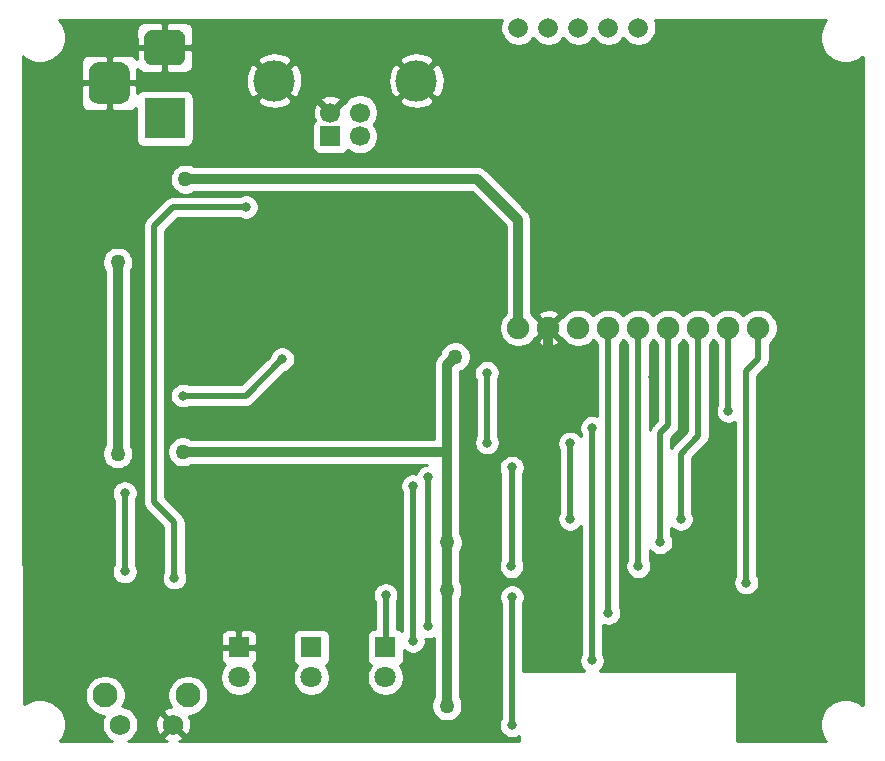
<source format=gbr>
G04 #@! TF.GenerationSoftware,KiCad,Pcbnew,(5.1.5)-3*
G04 #@! TF.CreationDate,2021-12-10T20:52:45-03:00*
G04 #@! TF.ProjectId,server,73657276-6572-42e6-9b69-6361645f7063,rev?*
G04 #@! TF.SameCoordinates,Original*
G04 #@! TF.FileFunction,Copper,L2,Bot*
G04 #@! TF.FilePolarity,Positive*
%FSLAX46Y46*%
G04 Gerber Fmt 4.6, Leading zero omitted, Abs format (unit mm)*
G04 Created by KiCad (PCBNEW (5.1.5)-3) date 2021-12-10 20:52:45*
%MOMM*%
%LPD*%
G04 APERTURE LIST*
%ADD10C,2.100000*%
%ADD11C,1.750000*%
%ADD12R,3.500000X3.500000*%
%ADD13C,0.100000*%
%ADD14C,1.700000*%
%ADD15C,3.500000*%
%ADD16R,1.700000X1.700000*%
%ADD17C,1.905000*%
%ADD18C,1.665000*%
%ADD19C,1.800000*%
%ADD20R,1.800000X1.800000*%
%ADD21C,1.270000*%
%ADD22C,0.800000*%
%ADD23C,0.812800*%
%ADD24C,0.812800*%
%ADD25C,0.508000*%
%ADD26C,0.254000*%
G04 APERTURE END LIST*
D10*
X40924800Y-84108760D03*
D11*
X39674800Y-86598760D03*
X35174800Y-86598760D03*
D10*
X33914800Y-84108760D03*
D12*
X38963600Y-35260000D03*
G04 #@! TA.AperFunction,ComponentPad*
D13*
G36*
X35224365Y-30514213D02*
G01*
X35309304Y-30526813D01*
X35392599Y-30547677D01*
X35473448Y-30576605D01*
X35551072Y-30613319D01*
X35624724Y-30657464D01*
X35693694Y-30708616D01*
X35757318Y-30766282D01*
X35814984Y-30829906D01*
X35866136Y-30898876D01*
X35910281Y-30972528D01*
X35946995Y-31050152D01*
X35975923Y-31131001D01*
X35996787Y-31214296D01*
X36009387Y-31299235D01*
X36013600Y-31385000D01*
X36013600Y-33135000D01*
X36009387Y-33220765D01*
X35996787Y-33305704D01*
X35975923Y-33388999D01*
X35946995Y-33469848D01*
X35910281Y-33547472D01*
X35866136Y-33621124D01*
X35814984Y-33690094D01*
X35757318Y-33753718D01*
X35693694Y-33811384D01*
X35624724Y-33862536D01*
X35551072Y-33906681D01*
X35473448Y-33943395D01*
X35392599Y-33972323D01*
X35309304Y-33993187D01*
X35224365Y-34005787D01*
X35138600Y-34010000D01*
X33388600Y-34010000D01*
X33302835Y-34005787D01*
X33217896Y-33993187D01*
X33134601Y-33972323D01*
X33053752Y-33943395D01*
X32976128Y-33906681D01*
X32902476Y-33862536D01*
X32833506Y-33811384D01*
X32769882Y-33753718D01*
X32712216Y-33690094D01*
X32661064Y-33621124D01*
X32616919Y-33547472D01*
X32580205Y-33469848D01*
X32551277Y-33388999D01*
X32530413Y-33305704D01*
X32517813Y-33220765D01*
X32513600Y-33135000D01*
X32513600Y-31385000D01*
X32517813Y-31299235D01*
X32530413Y-31214296D01*
X32551277Y-31131001D01*
X32580205Y-31050152D01*
X32616919Y-30972528D01*
X32661064Y-30898876D01*
X32712216Y-30829906D01*
X32769882Y-30766282D01*
X32833506Y-30708616D01*
X32902476Y-30657464D01*
X32976128Y-30613319D01*
X33053752Y-30576605D01*
X33134601Y-30547677D01*
X33217896Y-30526813D01*
X33302835Y-30514213D01*
X33388600Y-30510000D01*
X35138600Y-30510000D01*
X35224365Y-30514213D01*
G37*
G04 #@! TD.AperFunction*
G04 #@! TA.AperFunction,ComponentPad*
G36*
X40037113Y-27763611D02*
G01*
X40109918Y-27774411D01*
X40181314Y-27792295D01*
X40250613Y-27817090D01*
X40317148Y-27848559D01*
X40380278Y-27886398D01*
X40439395Y-27930242D01*
X40493930Y-27979670D01*
X40543358Y-28034205D01*
X40587202Y-28093322D01*
X40625041Y-28156452D01*
X40656510Y-28222987D01*
X40681305Y-28292286D01*
X40699189Y-28363682D01*
X40709989Y-28436487D01*
X40713600Y-28510000D01*
X40713600Y-30010000D01*
X40709989Y-30083513D01*
X40699189Y-30156318D01*
X40681305Y-30227714D01*
X40656510Y-30297013D01*
X40625041Y-30363548D01*
X40587202Y-30426678D01*
X40543358Y-30485795D01*
X40493930Y-30540330D01*
X40439395Y-30589758D01*
X40380278Y-30633602D01*
X40317148Y-30671441D01*
X40250613Y-30702910D01*
X40181314Y-30727705D01*
X40109918Y-30745589D01*
X40037113Y-30756389D01*
X39963600Y-30760000D01*
X37963600Y-30760000D01*
X37890087Y-30756389D01*
X37817282Y-30745589D01*
X37745886Y-30727705D01*
X37676587Y-30702910D01*
X37610052Y-30671441D01*
X37546922Y-30633602D01*
X37487805Y-30589758D01*
X37433270Y-30540330D01*
X37383842Y-30485795D01*
X37339998Y-30426678D01*
X37302159Y-30363548D01*
X37270690Y-30297013D01*
X37245895Y-30227714D01*
X37228011Y-30156318D01*
X37217211Y-30083513D01*
X37213600Y-30010000D01*
X37213600Y-28510000D01*
X37217211Y-28436487D01*
X37228011Y-28363682D01*
X37245895Y-28292286D01*
X37270690Y-28222987D01*
X37302159Y-28156452D01*
X37339998Y-28093322D01*
X37383842Y-28034205D01*
X37433270Y-27979670D01*
X37487805Y-27930242D01*
X37546922Y-27886398D01*
X37610052Y-27848559D01*
X37676587Y-27817090D01*
X37745886Y-27792295D01*
X37817282Y-27774411D01*
X37890087Y-27763611D01*
X37963600Y-27760000D01*
X39963600Y-27760000D01*
X40037113Y-27763611D01*
G37*
G04 #@! TD.AperFunction*
D14*
X55500000Y-34770000D03*
D15*
X48230000Y-32060000D03*
D14*
X53000000Y-34770000D03*
D16*
X53000000Y-36770000D03*
D14*
X55500000Y-36770000D03*
D15*
X60270000Y-32060000D03*
D17*
X68910200Y-53000000D03*
X71450200Y-53000000D03*
X73990200Y-53000000D03*
X76530200Y-53000000D03*
X79070200Y-53000000D03*
X81610200Y-53000000D03*
X84150200Y-53000000D03*
X86690200Y-53000000D03*
X89230200Y-53000000D03*
D18*
X68910200Y-27600000D03*
X71450200Y-27600000D03*
X73990200Y-27600000D03*
X76530200Y-27600000D03*
X79070200Y-27600000D03*
D19*
X45229780Y-82595720D03*
D20*
X45229780Y-80055720D03*
D19*
X57647840Y-82595720D03*
D20*
X57647840Y-80055720D03*
D19*
X51374040Y-82595720D03*
D20*
X51374040Y-80055720D03*
D21*
X71244460Y-63220600D03*
X64119760Y-47139860D03*
X44919900Y-51823620D03*
D22*
X41910000Y-79629000D03*
X38100000Y-79629000D03*
X34290000Y-79629000D03*
X30480000Y-79629000D03*
X30480000Y-83185000D03*
X45339000Y-74803000D03*
X50673000Y-74041000D03*
X54483000Y-74041000D03*
X57531000Y-72136000D03*
X57531000Y-68453000D03*
X48133000Y-60706000D03*
X35687000Y-41910000D03*
X29845000Y-32766000D03*
X51689000Y-29083000D03*
X57150000Y-29083000D03*
X68580000Y-36830000D03*
X78740000Y-36830000D03*
X95377000Y-36703000D03*
X95250000Y-41910000D03*
X95250000Y-47117000D03*
X87630000Y-41910000D03*
X69596000Y-41910000D03*
X71120000Y-46990000D03*
X78740000Y-47117000D03*
X87757000Y-46863000D03*
X87630000Y-30226000D03*
X88900000Y-86741000D03*
X88900000Y-83058000D03*
X94107000Y-86360000D03*
X96012000Y-83058000D03*
X95504000Y-66167000D03*
X44958000Y-57150000D03*
X54991000Y-49403000D03*
X29845000Y-56388000D03*
X45974000Y-38481000D03*
X64262000Y-29210000D03*
X62230000Y-38227000D03*
X64389000Y-65024000D03*
X90170000Y-64897000D03*
X37465000Y-83566000D03*
X48387000Y-84836000D03*
X33782000Y-68961000D03*
X73685400Y-57048400D03*
X80340200Y-57175400D03*
X92811600Y-57124600D03*
X82880200Y-59055000D03*
D21*
X34975800Y-63652400D03*
X34975800Y-47447200D03*
X40721280Y-40406320D03*
D23*
X35577780Y-66997580D03*
X35577780Y-73626980D03*
D22*
X40490140Y-58740040D03*
X48912780Y-55664100D03*
D21*
X40487600Y-63489840D03*
X40487600Y-63489840D03*
X62857380Y-71150480D03*
X62852300Y-75186540D03*
X63560960Y-55443120D03*
X62852300Y-85003640D03*
D23*
X75138280Y-61465460D03*
X75138280Y-81158080D03*
D22*
X68341240Y-64820800D03*
X68325000Y-73178400D03*
X68353940Y-75788520D03*
X68348860Y-86659720D03*
X76530200Y-77132180D03*
D23*
X79067660Y-73179940D03*
X80921860Y-71170800D03*
X82654140Y-69166740D03*
X73299320Y-69154040D03*
X73299320Y-62788800D03*
D22*
X86690200Y-60020200D03*
D23*
X88198960Y-74566780D03*
D22*
X45857160Y-42768520D03*
X39784020Y-74145140D03*
X66238120Y-62710060D03*
X66235580Y-56799480D03*
X61295280Y-78262480D03*
X61295280Y-65664080D03*
X57668160Y-75615800D03*
X59974480Y-79517240D03*
X59977020Y-66403220D03*
D24*
X71244460Y-63220600D02*
X71244460Y-56959500D01*
X71450200Y-56753760D02*
X71450200Y-53000000D01*
X71244460Y-56959500D02*
X71450200Y-56753760D01*
X64119760Y-47139860D02*
X49603660Y-47139860D01*
X49603660Y-47139860D02*
X44919900Y-51823620D01*
X34975800Y-63652400D02*
X34975800Y-47447200D01*
X40721280Y-40406320D02*
X65407540Y-40406320D01*
X68910200Y-43908980D02*
X68910200Y-53000000D01*
X65407540Y-40406320D02*
X68910200Y-43908980D01*
D25*
X35577780Y-66997580D02*
X35577780Y-73626980D01*
X41055825Y-58740040D02*
X41063445Y-58732420D01*
X40490140Y-58740040D02*
X41055825Y-58740040D01*
X41063445Y-58732420D02*
X45844460Y-58732420D01*
X45844460Y-58732420D02*
X48912780Y-55664100D01*
D24*
X40487600Y-63489840D02*
X62865000Y-63489840D01*
X62865000Y-63489840D02*
X62857380Y-63497460D01*
X62857380Y-63497460D02*
X62857380Y-71150480D01*
X62857380Y-71150480D02*
X62857380Y-75181460D01*
X62857380Y-75181460D02*
X62852300Y-75186540D01*
X62865000Y-63489840D02*
X62865000Y-56139080D01*
X62865000Y-56139080D02*
X63560960Y-55443120D01*
X62852300Y-75186540D02*
X62852300Y-85003640D01*
D25*
X75138280Y-61465460D02*
X75138280Y-81158080D01*
X68341240Y-65386485D02*
X68326000Y-65401725D01*
X68341240Y-64820800D02*
X68341240Y-65386485D01*
X68326000Y-73177400D02*
X68325000Y-73178400D01*
X68326000Y-65401725D02*
X68326000Y-73177400D01*
X68353940Y-86654640D02*
X68348860Y-86659720D01*
X68353940Y-75788520D02*
X68353940Y-86654640D01*
X76530200Y-77132180D02*
X76530200Y-53000000D01*
X79070200Y-53000000D02*
X79070200Y-73177400D01*
X79070200Y-73177400D02*
X79067660Y-73179940D01*
X81610200Y-54177332D02*
X81597500Y-54190032D01*
X81610200Y-53000000D02*
X81610200Y-54177332D01*
X81597500Y-54190032D02*
X81597500Y-61231780D01*
X81597500Y-61231780D02*
X80921860Y-61907420D01*
X80921860Y-61907420D02*
X80921860Y-71170800D01*
X84150200Y-53000000D02*
X84150200Y-62158880D01*
X84150200Y-62158880D02*
X82654140Y-63654940D01*
X82654140Y-63654940D02*
X82654140Y-69166740D01*
X73299320Y-62788800D02*
X73299320Y-69154040D01*
X86690200Y-53000000D02*
X86690200Y-60020200D01*
X88198960Y-74566780D02*
X88198960Y-56682640D01*
X89230200Y-55651400D02*
X89230200Y-53000000D01*
X88198960Y-56682640D02*
X89230200Y-55651400D01*
X39784020Y-73579455D02*
X39789100Y-73574375D01*
X39784020Y-74145140D02*
X39784020Y-73579455D01*
X39789100Y-73574375D02*
X39789100Y-69474080D01*
X39789100Y-69474080D02*
X38054280Y-67739260D01*
X38054280Y-67739260D02*
X38054280Y-44389040D01*
X45857160Y-42768520D02*
X39679880Y-42763440D01*
X38054280Y-44389040D02*
X39679880Y-42763440D01*
X66238120Y-62710060D02*
X66238120Y-56802020D01*
X66238120Y-56802020D02*
X66235580Y-56799480D01*
X61295280Y-78262480D02*
X61295280Y-77696795D01*
X61295280Y-77696795D02*
X61295280Y-65664080D01*
X57668160Y-80035400D02*
X57647840Y-80055720D01*
X57668160Y-75615800D02*
X57668160Y-80035400D01*
X59977020Y-79514700D02*
X59974480Y-79517240D01*
X59977020Y-66403220D02*
X59977020Y-79514700D01*
D26*
G36*
X67450248Y-27157128D02*
G01*
X67391900Y-27450461D01*
X67391900Y-27749539D01*
X67450248Y-28042872D01*
X67564700Y-28319185D01*
X67730860Y-28567860D01*
X67942340Y-28779340D01*
X68191015Y-28945500D01*
X68467328Y-29059952D01*
X68760661Y-29118300D01*
X69059739Y-29118300D01*
X69353072Y-29059952D01*
X69629385Y-28945500D01*
X69878060Y-28779340D01*
X70089540Y-28567860D01*
X70180200Y-28432178D01*
X70270860Y-28567860D01*
X70482340Y-28779340D01*
X70731015Y-28945500D01*
X71007328Y-29059952D01*
X71300661Y-29118300D01*
X71599739Y-29118300D01*
X71893072Y-29059952D01*
X72169385Y-28945500D01*
X72418060Y-28779340D01*
X72629540Y-28567860D01*
X72720200Y-28432178D01*
X72810860Y-28567860D01*
X73022340Y-28779340D01*
X73271015Y-28945500D01*
X73547328Y-29059952D01*
X73840661Y-29118300D01*
X74139739Y-29118300D01*
X74433072Y-29059952D01*
X74709385Y-28945500D01*
X74958060Y-28779340D01*
X75169540Y-28567860D01*
X75260200Y-28432178D01*
X75350860Y-28567860D01*
X75562340Y-28779340D01*
X75811015Y-28945500D01*
X76087328Y-29059952D01*
X76380661Y-29118300D01*
X76679739Y-29118300D01*
X76973072Y-29059952D01*
X77249385Y-28945500D01*
X77498060Y-28779340D01*
X77709540Y-28567860D01*
X77800200Y-28432178D01*
X77890860Y-28567860D01*
X78102340Y-28779340D01*
X78351015Y-28945500D01*
X78627328Y-29059952D01*
X78920661Y-29118300D01*
X79219739Y-29118300D01*
X79513072Y-29059952D01*
X79789385Y-28945500D01*
X80038060Y-28779340D01*
X80249540Y-28567860D01*
X80415700Y-28319185D01*
X80530152Y-28042872D01*
X80588500Y-27749539D01*
X80588500Y-27450461D01*
X80530152Y-27157128D01*
X80433588Y-26924000D01*
X94984812Y-26924000D01*
X94902178Y-27006634D01*
X94662969Y-27364636D01*
X94498199Y-27762426D01*
X94414200Y-28184718D01*
X94414200Y-28615282D01*
X94498199Y-29037574D01*
X94662969Y-29435364D01*
X94902178Y-29793366D01*
X95206634Y-30097822D01*
X95564636Y-30337031D01*
X95962426Y-30501801D01*
X96384718Y-30585800D01*
X96815282Y-30585800D01*
X97237574Y-30501801D01*
X97635364Y-30337031D01*
X97993366Y-30097822D01*
X98044000Y-30047188D01*
X98044000Y-84952812D01*
X97993366Y-84902178D01*
X97635364Y-84662969D01*
X97237574Y-84498199D01*
X96815282Y-84414200D01*
X96384718Y-84414200D01*
X95962426Y-84498199D01*
X95564636Y-84662969D01*
X95206634Y-84902178D01*
X94902178Y-85206634D01*
X94662969Y-85564636D01*
X94498199Y-85962426D01*
X94414200Y-86384718D01*
X94414200Y-86815282D01*
X94498199Y-87237574D01*
X94662969Y-87635364D01*
X94902178Y-87993366D01*
X94919812Y-88011000D01*
X87376000Y-88011000D01*
X87376000Y-82169000D01*
X87373560Y-82144224D01*
X87366333Y-82120399D01*
X87354597Y-82098443D01*
X87338803Y-82079197D01*
X87319557Y-82063403D01*
X87297601Y-82051667D01*
X87273776Y-82044440D01*
X87249000Y-82042000D01*
X75781308Y-82042000D01*
X75834517Y-82006447D01*
X75986647Y-81854317D01*
X76106175Y-81675431D01*
X76188508Y-81476663D01*
X76230480Y-81265652D01*
X76230480Y-81050508D01*
X76188508Y-80839497D01*
X76106175Y-80640729D01*
X76078080Y-80598682D01*
X76078080Y-78120168D01*
X76213484Y-78176254D01*
X76423258Y-78217980D01*
X76637142Y-78217980D01*
X76846916Y-78176254D01*
X77044519Y-78094404D01*
X77222357Y-77975576D01*
X77373596Y-77824337D01*
X77492424Y-77646499D01*
X77574274Y-77448896D01*
X77616000Y-77239122D01*
X77616000Y-77025238D01*
X77574274Y-76815464D01*
X77492424Y-76617861D01*
X77470000Y-76584301D01*
X77470000Y-54342413D01*
X77574555Y-54272551D01*
X77800200Y-54046906D01*
X78025845Y-54272551D01*
X78130400Y-54342413D01*
X78130401Y-72616739D01*
X78099765Y-72662589D01*
X78017432Y-72861357D01*
X77975460Y-73072368D01*
X77975460Y-73287512D01*
X78017432Y-73498523D01*
X78099765Y-73697291D01*
X78219293Y-73876177D01*
X78371423Y-74028307D01*
X78550309Y-74147835D01*
X78749077Y-74230168D01*
X78960088Y-74272140D01*
X79175232Y-74272140D01*
X79386243Y-74230168D01*
X79585011Y-74147835D01*
X79763897Y-74028307D01*
X79916027Y-73876177D01*
X80035555Y-73697291D01*
X80117888Y-73498523D01*
X80159860Y-73287512D01*
X80159860Y-73072368D01*
X80117888Y-72861357D01*
X80035555Y-72662589D01*
X80010000Y-72624343D01*
X80010000Y-71772013D01*
X80073493Y-71867037D01*
X80225623Y-72019167D01*
X80404509Y-72138695D01*
X80603277Y-72221028D01*
X80814288Y-72263000D01*
X81029432Y-72263000D01*
X81240443Y-72221028D01*
X81439211Y-72138695D01*
X81618097Y-72019167D01*
X81770227Y-71867037D01*
X81889755Y-71688151D01*
X81972088Y-71489383D01*
X82014060Y-71278372D01*
X82014060Y-71063228D01*
X81972088Y-70852217D01*
X81889755Y-70653449D01*
X81861660Y-70611402D01*
X81861660Y-69918864D01*
X81957903Y-70015107D01*
X82136789Y-70134635D01*
X82335557Y-70216968D01*
X82546568Y-70258940D01*
X82761712Y-70258940D01*
X82972723Y-70216968D01*
X83171491Y-70134635D01*
X83350377Y-70015107D01*
X83502507Y-69862977D01*
X83622035Y-69684091D01*
X83704368Y-69485323D01*
X83746340Y-69274312D01*
X83746340Y-69059168D01*
X83704368Y-68848157D01*
X83622035Y-68649389D01*
X83593940Y-68607342D01*
X83593940Y-64044216D01*
X84782096Y-62856062D01*
X84817954Y-62826634D01*
X84935396Y-62683531D01*
X85022663Y-62520266D01*
X85076402Y-62343113D01*
X85090000Y-62205047D01*
X85090000Y-62205038D01*
X85094546Y-62158881D01*
X85090000Y-62112724D01*
X85090000Y-54342413D01*
X85194555Y-54272551D01*
X85420200Y-54046906D01*
X85645845Y-54272551D01*
X85750400Y-54342413D01*
X85750401Y-59472320D01*
X85727976Y-59505881D01*
X85646126Y-59703484D01*
X85604400Y-59913258D01*
X85604400Y-60127142D01*
X85646126Y-60336916D01*
X85727976Y-60534519D01*
X85846804Y-60712357D01*
X85998043Y-60863596D01*
X86175881Y-60982424D01*
X86373484Y-61064274D01*
X86583258Y-61106000D01*
X86797142Y-61106000D01*
X87006916Y-61064274D01*
X87204519Y-60982424D01*
X87259161Y-60945913D01*
X87259160Y-74007382D01*
X87231065Y-74049429D01*
X87148732Y-74248197D01*
X87106760Y-74459208D01*
X87106760Y-74674352D01*
X87148732Y-74885363D01*
X87231065Y-75084131D01*
X87350593Y-75263017D01*
X87502723Y-75415147D01*
X87681609Y-75534675D01*
X87880377Y-75617008D01*
X88091388Y-75658980D01*
X88306532Y-75658980D01*
X88517543Y-75617008D01*
X88716311Y-75534675D01*
X88895197Y-75415147D01*
X89047327Y-75263017D01*
X89166855Y-75084131D01*
X89249188Y-74885363D01*
X89291160Y-74674352D01*
X89291160Y-74459208D01*
X89249188Y-74248197D01*
X89166855Y-74049429D01*
X89138760Y-74007382D01*
X89138760Y-57071917D01*
X89862095Y-56348583D01*
X89897954Y-56319154D01*
X89927384Y-56283294D01*
X90015396Y-56176052D01*
X90102663Y-56012786D01*
X90127910Y-55929557D01*
X90156402Y-55835633D01*
X90170000Y-55697567D01*
X90170000Y-55697565D01*
X90174547Y-55651400D01*
X90170000Y-55605235D01*
X90170000Y-54342413D01*
X90274555Y-54272551D01*
X90502751Y-54044355D01*
X90682043Y-53776026D01*
X90805541Y-53477874D01*
X90868500Y-53161358D01*
X90868500Y-52838642D01*
X90805541Y-52522126D01*
X90682043Y-52223974D01*
X90502751Y-51955645D01*
X90274555Y-51727449D01*
X90006226Y-51548157D01*
X89708074Y-51424659D01*
X89391558Y-51361700D01*
X89068842Y-51361700D01*
X88752326Y-51424659D01*
X88454174Y-51548157D01*
X88185845Y-51727449D01*
X87960200Y-51953094D01*
X87734555Y-51727449D01*
X87466226Y-51548157D01*
X87168074Y-51424659D01*
X86851558Y-51361700D01*
X86528842Y-51361700D01*
X86212326Y-51424659D01*
X85914174Y-51548157D01*
X85645845Y-51727449D01*
X85420200Y-51953094D01*
X85194555Y-51727449D01*
X84926226Y-51548157D01*
X84628074Y-51424659D01*
X84311558Y-51361700D01*
X83988842Y-51361700D01*
X83672326Y-51424659D01*
X83374174Y-51548157D01*
X83105845Y-51727449D01*
X82880200Y-51953094D01*
X82654555Y-51727449D01*
X82386226Y-51548157D01*
X82088074Y-51424659D01*
X81771558Y-51361700D01*
X81448842Y-51361700D01*
X81132326Y-51424659D01*
X80834174Y-51548157D01*
X80565845Y-51727449D01*
X80340200Y-51953094D01*
X80114555Y-51727449D01*
X79846226Y-51548157D01*
X79548074Y-51424659D01*
X79231558Y-51361700D01*
X78908842Y-51361700D01*
X78592326Y-51424659D01*
X78294174Y-51548157D01*
X78025845Y-51727449D01*
X77800200Y-51953094D01*
X77574555Y-51727449D01*
X77306226Y-51548157D01*
X77008074Y-51424659D01*
X76691558Y-51361700D01*
X76368842Y-51361700D01*
X76052326Y-51424659D01*
X75754174Y-51548157D01*
X75485845Y-51727449D01*
X75260200Y-51953094D01*
X75034555Y-51727449D01*
X74766226Y-51548157D01*
X74468074Y-51424659D01*
X74151558Y-51361700D01*
X73828842Y-51361700D01*
X73512326Y-51424659D01*
X73214174Y-51548157D01*
X72945845Y-51727449D01*
X72717649Y-51955645D01*
X72620021Y-52101756D01*
X72551735Y-52078070D01*
X71629805Y-53000000D01*
X72551735Y-53921930D01*
X72620021Y-53898244D01*
X72717649Y-54044355D01*
X72945845Y-54272551D01*
X73214174Y-54451843D01*
X73512326Y-54575341D01*
X73828842Y-54638300D01*
X74151558Y-54638300D01*
X74468074Y-54575341D01*
X74766226Y-54451843D01*
X75034555Y-54272551D01*
X75260200Y-54046906D01*
X75485845Y-54272551D01*
X75590401Y-54342413D01*
X75590401Y-60470546D01*
X75456863Y-60415232D01*
X75245852Y-60373260D01*
X75030708Y-60373260D01*
X74819697Y-60415232D01*
X74620929Y-60497565D01*
X74442043Y-60617093D01*
X74289913Y-60769223D01*
X74170385Y-60948109D01*
X74088052Y-61146877D01*
X74046080Y-61357888D01*
X74046080Y-61573032D01*
X74088052Y-61784043D01*
X74170385Y-61982811D01*
X74198480Y-62024858D01*
X74198480Y-62168580D01*
X74147687Y-62092563D01*
X73995557Y-61940433D01*
X73816671Y-61820905D01*
X73617903Y-61738572D01*
X73406892Y-61696600D01*
X73191748Y-61696600D01*
X72980737Y-61738572D01*
X72781969Y-61820905D01*
X72603083Y-61940433D01*
X72450953Y-62092563D01*
X72331425Y-62271449D01*
X72249092Y-62470217D01*
X72207120Y-62681228D01*
X72207120Y-62896372D01*
X72249092Y-63107383D01*
X72331425Y-63306151D01*
X72359520Y-63348198D01*
X72359521Y-68594641D01*
X72331425Y-68636689D01*
X72249092Y-68835457D01*
X72207120Y-69046468D01*
X72207120Y-69261612D01*
X72249092Y-69472623D01*
X72331425Y-69671391D01*
X72450953Y-69850277D01*
X72603083Y-70002407D01*
X72781969Y-70121935D01*
X72980737Y-70204268D01*
X73191748Y-70246240D01*
X73406892Y-70246240D01*
X73617903Y-70204268D01*
X73816671Y-70121935D01*
X73995557Y-70002407D01*
X74147687Y-69850277D01*
X74198480Y-69774259D01*
X74198481Y-80598680D01*
X74170385Y-80640729D01*
X74088052Y-80839497D01*
X74046080Y-81050508D01*
X74046080Y-81265652D01*
X74088052Y-81476663D01*
X74170385Y-81675431D01*
X74289913Y-81854317D01*
X74442043Y-82006447D01*
X74495252Y-82042000D01*
X69293740Y-82042000D01*
X69293740Y-76336399D01*
X69316164Y-76302839D01*
X69398014Y-76105236D01*
X69439740Y-75895462D01*
X69439740Y-75681578D01*
X69398014Y-75471804D01*
X69316164Y-75274201D01*
X69197336Y-75096363D01*
X69046097Y-74945124D01*
X68868259Y-74826296D01*
X68670656Y-74744446D01*
X68460882Y-74702720D01*
X68246998Y-74702720D01*
X68037224Y-74744446D01*
X67839621Y-74826296D01*
X67661783Y-74945124D01*
X67510544Y-75096363D01*
X67391716Y-75274201D01*
X67309866Y-75471804D01*
X67268140Y-75681578D01*
X67268140Y-75895462D01*
X67309866Y-76105236D01*
X67391716Y-76302839D01*
X67414140Y-76336399D01*
X67414141Y-86104237D01*
X67386636Y-86145401D01*
X67304786Y-86343004D01*
X67263060Y-86552778D01*
X67263060Y-86766662D01*
X67304786Y-86976436D01*
X67386636Y-87174039D01*
X67505464Y-87351877D01*
X67656703Y-87503116D01*
X67834541Y-87621944D01*
X68032144Y-87703794D01*
X68241918Y-87745520D01*
X68455802Y-87745520D01*
X68665576Y-87703794D01*
X68863179Y-87621944D01*
X68961000Y-87556582D01*
X68961000Y-88011000D01*
X40210467Y-88011000D01*
X40317274Y-87973332D01*
X40460775Y-87896628D01*
X40541435Y-87645000D01*
X39674800Y-86778365D01*
X38808165Y-87645000D01*
X38888825Y-87896628D01*
X39127818Y-88011000D01*
X35843918Y-88011000D01*
X35914116Y-87981923D01*
X36169752Y-87811112D01*
X36387152Y-87593712D01*
X36557963Y-87338076D01*
X36675619Y-87054029D01*
X36735600Y-86752485D01*
X36735600Y-86666303D01*
X38158996Y-86666303D01*
X38201299Y-86960723D01*
X38300228Y-87241234D01*
X38376932Y-87384735D01*
X38628560Y-87465395D01*
X39495195Y-86598760D01*
X38628560Y-85732125D01*
X38376932Y-85812785D01*
X38248533Y-86081089D01*
X38174945Y-86369286D01*
X38158996Y-86666303D01*
X36735600Y-86666303D01*
X36735600Y-86445035D01*
X36675619Y-86143491D01*
X36557963Y-85859444D01*
X36387152Y-85603808D01*
X36335864Y-85552520D01*
X38808165Y-85552520D01*
X39674800Y-86419155D01*
X39688943Y-86405013D01*
X39868548Y-86584618D01*
X39854405Y-86598760D01*
X40721040Y-87465395D01*
X40972668Y-87384735D01*
X41101067Y-87116431D01*
X41174655Y-86828234D01*
X41190604Y-86531217D01*
X41148301Y-86236797D01*
X41049372Y-85956286D01*
X40989652Y-85844560D01*
X41095761Y-85844560D01*
X41431114Y-85777854D01*
X41747010Y-85647006D01*
X42031308Y-85457044D01*
X42273084Y-85215268D01*
X42463046Y-84930970D01*
X42593894Y-84615074D01*
X42660600Y-84279721D01*
X42660600Y-83937799D01*
X42593894Y-83602446D01*
X42463046Y-83286550D01*
X42273084Y-83002252D01*
X42031308Y-82760476D01*
X41747010Y-82570514D01*
X41431114Y-82439666D01*
X41430441Y-82439532D01*
X43643980Y-82439532D01*
X43643980Y-82751908D01*
X43704921Y-83058281D01*
X43824462Y-83346878D01*
X43998009Y-83606609D01*
X44218891Y-83827491D01*
X44478622Y-84001038D01*
X44767219Y-84120579D01*
X45073592Y-84181520D01*
X45385968Y-84181520D01*
X45692341Y-84120579D01*
X45980938Y-84001038D01*
X46240669Y-83827491D01*
X46461551Y-83606609D01*
X46635098Y-83346878D01*
X46754639Y-83058281D01*
X46815580Y-82751908D01*
X46815580Y-82439532D01*
X46754639Y-82133159D01*
X46635098Y-81844562D01*
X46461551Y-81584831D01*
X46405228Y-81528508D01*
X46484274Y-81486257D01*
X46580965Y-81406905D01*
X46660317Y-81310214D01*
X46719282Y-81199900D01*
X46755592Y-81080202D01*
X46767852Y-80955720D01*
X46764780Y-80341470D01*
X46606030Y-80182720D01*
X45356780Y-80182720D01*
X45356780Y-80202720D01*
X45102780Y-80202720D01*
X45102780Y-80182720D01*
X43853530Y-80182720D01*
X43694780Y-80341470D01*
X43691708Y-80955720D01*
X43703968Y-81080202D01*
X43740278Y-81199900D01*
X43799243Y-81310214D01*
X43878595Y-81406905D01*
X43975286Y-81486257D01*
X44054332Y-81528508D01*
X43998009Y-81584831D01*
X43824462Y-81844562D01*
X43704921Y-82133159D01*
X43643980Y-82439532D01*
X41430441Y-82439532D01*
X41095761Y-82372960D01*
X40753839Y-82372960D01*
X40418486Y-82439666D01*
X40102590Y-82570514D01*
X39818292Y-82760476D01*
X39576516Y-83002252D01*
X39386554Y-83286550D01*
X39255706Y-83602446D01*
X39189000Y-83937799D01*
X39189000Y-84279721D01*
X39255706Y-84615074D01*
X39386554Y-84930970D01*
X39498545Y-85098576D01*
X39312837Y-85125259D01*
X39032326Y-85224188D01*
X38888825Y-85300892D01*
X38808165Y-85552520D01*
X36335864Y-85552520D01*
X36169752Y-85386408D01*
X35914116Y-85215597D01*
X35630069Y-85097941D01*
X35375336Y-85047271D01*
X35453046Y-84930970D01*
X35583894Y-84615074D01*
X35650600Y-84279721D01*
X35650600Y-83937799D01*
X35583894Y-83602446D01*
X35453046Y-83286550D01*
X35263084Y-83002252D01*
X35021308Y-82760476D01*
X34737010Y-82570514D01*
X34421114Y-82439666D01*
X34085761Y-82372960D01*
X33743839Y-82372960D01*
X33408486Y-82439666D01*
X33092590Y-82570514D01*
X32808292Y-82760476D01*
X32566516Y-83002252D01*
X32376554Y-83286550D01*
X32245706Y-83602446D01*
X32179000Y-83937799D01*
X32179000Y-84279721D01*
X32245706Y-84615074D01*
X32376554Y-84930970D01*
X32566516Y-85215268D01*
X32808292Y-85457044D01*
X33092590Y-85647006D01*
X33408486Y-85777854D01*
X33743839Y-85844560D01*
X33801582Y-85844560D01*
X33791637Y-85859444D01*
X33673981Y-86143491D01*
X33614000Y-86445035D01*
X33614000Y-86752485D01*
X33673981Y-87054029D01*
X33791637Y-87338076D01*
X33962448Y-87593712D01*
X34179848Y-87811112D01*
X34435484Y-87981923D01*
X34505682Y-88011000D01*
X30080188Y-88011000D01*
X30097822Y-87993366D01*
X30337031Y-87635364D01*
X30501801Y-87237574D01*
X30585800Y-86815282D01*
X30585800Y-86384718D01*
X30501801Y-85962426D01*
X30337031Y-85564636D01*
X30097822Y-85206634D01*
X29793366Y-84902178D01*
X29435364Y-84662969D01*
X29037574Y-84498199D01*
X28615282Y-84414200D01*
X28184718Y-84414200D01*
X27762426Y-84498199D01*
X27364636Y-84662969D01*
X27044249Y-84877044D01*
X27032405Y-79155720D01*
X43691708Y-79155720D01*
X43694780Y-79769970D01*
X43853530Y-79928720D01*
X45102780Y-79928720D01*
X45102780Y-78679470D01*
X45356780Y-78679470D01*
X45356780Y-79928720D01*
X46606030Y-79928720D01*
X46764780Y-79769970D01*
X46767852Y-79155720D01*
X49784922Y-79155720D01*
X49784922Y-80955720D01*
X49798163Y-81090160D01*
X49837378Y-81219434D01*
X49901059Y-81338573D01*
X49986760Y-81443000D01*
X50091187Y-81528701D01*
X50161054Y-81566046D01*
X50142269Y-81584831D01*
X49968722Y-81844562D01*
X49849181Y-82133159D01*
X49788240Y-82439532D01*
X49788240Y-82751908D01*
X49849181Y-83058281D01*
X49968722Y-83346878D01*
X50142269Y-83606609D01*
X50363151Y-83827491D01*
X50622882Y-84001038D01*
X50911479Y-84120579D01*
X51217852Y-84181520D01*
X51530228Y-84181520D01*
X51836601Y-84120579D01*
X52125198Y-84001038D01*
X52384929Y-83827491D01*
X52605811Y-83606609D01*
X52779358Y-83346878D01*
X52898899Y-83058281D01*
X52959840Y-82751908D01*
X52959840Y-82439532D01*
X52898899Y-82133159D01*
X52779358Y-81844562D01*
X52605811Y-81584831D01*
X52587026Y-81566046D01*
X52656893Y-81528701D01*
X52761320Y-81443000D01*
X52847021Y-81338573D01*
X52910702Y-81219434D01*
X52949917Y-81090160D01*
X52963158Y-80955720D01*
X52963158Y-79155720D01*
X52949917Y-79021280D01*
X52910702Y-78892006D01*
X52847021Y-78772867D01*
X52761320Y-78668440D01*
X52656893Y-78582739D01*
X52537754Y-78519058D01*
X52408480Y-78479843D01*
X52274040Y-78466602D01*
X50474040Y-78466602D01*
X50339600Y-78479843D01*
X50210326Y-78519058D01*
X50091187Y-78582739D01*
X49986760Y-78668440D01*
X49901059Y-78772867D01*
X49837378Y-78892006D01*
X49798163Y-79021280D01*
X49784922Y-79155720D01*
X46767852Y-79155720D01*
X46755592Y-79031238D01*
X46719282Y-78911540D01*
X46660317Y-78801226D01*
X46580965Y-78704535D01*
X46484274Y-78625183D01*
X46373960Y-78566218D01*
X46254262Y-78529908D01*
X46129780Y-78517648D01*
X45515530Y-78520720D01*
X45356780Y-78679470D01*
X45102780Y-78679470D01*
X44944030Y-78520720D01*
X44329780Y-78517648D01*
X44205298Y-78529908D01*
X44085600Y-78566218D01*
X43975286Y-78625183D01*
X43878595Y-78704535D01*
X43799243Y-78801226D01*
X43740278Y-78911540D01*
X43703968Y-79031238D01*
X43691708Y-79155720D01*
X27032405Y-79155720D01*
X27007010Y-66890008D01*
X34485580Y-66890008D01*
X34485580Y-67105152D01*
X34527552Y-67316163D01*
X34609885Y-67514931D01*
X34637980Y-67556978D01*
X34637981Y-73067581D01*
X34609885Y-73109629D01*
X34527552Y-73308397D01*
X34485580Y-73519408D01*
X34485580Y-73734552D01*
X34527552Y-73945563D01*
X34609885Y-74144331D01*
X34729413Y-74323217D01*
X34881543Y-74475347D01*
X35060429Y-74594875D01*
X35259197Y-74677208D01*
X35470208Y-74719180D01*
X35685352Y-74719180D01*
X35896363Y-74677208D01*
X36095131Y-74594875D01*
X36274017Y-74475347D01*
X36426147Y-74323217D01*
X36545675Y-74144331D01*
X36628008Y-73945563D01*
X36669980Y-73734552D01*
X36669980Y-73519408D01*
X36628008Y-73308397D01*
X36545675Y-73109629D01*
X36517580Y-73067582D01*
X36517580Y-67556978D01*
X36545675Y-67514931D01*
X36628008Y-67316163D01*
X36669980Y-67105152D01*
X36669980Y-66890008D01*
X36628008Y-66678997D01*
X36545675Y-66480229D01*
X36426147Y-66301343D01*
X36274017Y-66149213D01*
X36095131Y-66029685D01*
X35896363Y-65947352D01*
X35685352Y-65905380D01*
X35470208Y-65905380D01*
X35259197Y-65947352D01*
X35060429Y-66029685D01*
X34881543Y-66149213D01*
X34729413Y-66301343D01*
X34609885Y-66480229D01*
X34527552Y-66678997D01*
X34485580Y-66890008D01*
X27007010Y-66890008D01*
X26966486Y-47317113D01*
X33655000Y-47317113D01*
X33655000Y-47577287D01*
X33705757Y-47832463D01*
X33805322Y-48072834D01*
X33883601Y-48189987D01*
X33883600Y-62909615D01*
X33805322Y-63026766D01*
X33705757Y-63267137D01*
X33655000Y-63522313D01*
X33655000Y-63782487D01*
X33705757Y-64037663D01*
X33805322Y-64278034D01*
X33949867Y-64494361D01*
X34133839Y-64678333D01*
X34350166Y-64822878D01*
X34590537Y-64922443D01*
X34845713Y-64973200D01*
X35105887Y-64973200D01*
X35361063Y-64922443D01*
X35601434Y-64822878D01*
X35817761Y-64678333D01*
X36001733Y-64494361D01*
X36146278Y-64278034D01*
X36245843Y-64037663D01*
X36296600Y-63782487D01*
X36296600Y-63522313D01*
X36245843Y-63267137D01*
X36146278Y-63026766D01*
X36068000Y-62909615D01*
X36068000Y-48189985D01*
X36146278Y-48072834D01*
X36245843Y-47832463D01*
X36296600Y-47577287D01*
X36296600Y-47317113D01*
X36245843Y-47061937D01*
X36146278Y-46821566D01*
X36001733Y-46605239D01*
X35817761Y-46421267D01*
X35601434Y-46276722D01*
X35361063Y-46177157D01*
X35105887Y-46126400D01*
X34845713Y-46126400D01*
X34590537Y-46177157D01*
X34350166Y-46276722D01*
X34133839Y-46421267D01*
X33949867Y-46605239D01*
X33805322Y-46821566D01*
X33705757Y-47061937D01*
X33655000Y-47317113D01*
X26966486Y-47317113D01*
X26960424Y-44389040D01*
X37109934Y-44389040D01*
X37114481Y-44435207D01*
X37114480Y-67693103D01*
X37109934Y-67739260D01*
X37114480Y-67785417D01*
X37114480Y-67785426D01*
X37128078Y-67923492D01*
X37181817Y-68100645D01*
X37269084Y-68263911D01*
X37386526Y-68407014D01*
X37422395Y-68436451D01*
X38849301Y-69863358D01*
X38849300Y-73481708D01*
X38844220Y-73533288D01*
X38844220Y-73533298D01*
X38839674Y-73579455D01*
X38841786Y-73600903D01*
X38821796Y-73630821D01*
X38739946Y-73828424D01*
X38698220Y-74038198D01*
X38698220Y-74252082D01*
X38739946Y-74461856D01*
X38821796Y-74659459D01*
X38940624Y-74837297D01*
X39091863Y-74988536D01*
X39269701Y-75107364D01*
X39467304Y-75189214D01*
X39677078Y-75230940D01*
X39890962Y-75230940D01*
X40100736Y-75189214D01*
X40298339Y-75107364D01*
X40476177Y-74988536D01*
X40627416Y-74837297D01*
X40746244Y-74659459D01*
X40828094Y-74461856D01*
X40869820Y-74252082D01*
X40869820Y-74038198D01*
X40828094Y-73828424D01*
X40746244Y-73630821D01*
X40730245Y-73606877D01*
X40733446Y-73574376D01*
X40728900Y-73528219D01*
X40728900Y-69520237D01*
X40733446Y-69474080D01*
X40728900Y-69427923D01*
X40728900Y-69427913D01*
X40715302Y-69289847D01*
X40661563Y-69112694D01*
X40632953Y-69059168D01*
X40574296Y-68949428D01*
X40524928Y-68889274D01*
X40456854Y-68806326D01*
X40420990Y-68776893D01*
X38994080Y-67349984D01*
X38994080Y-63359753D01*
X39166800Y-63359753D01*
X39166800Y-63619927D01*
X39217557Y-63875103D01*
X39317122Y-64115474D01*
X39461667Y-64331801D01*
X39645639Y-64515773D01*
X39861966Y-64660318D01*
X40102337Y-64759883D01*
X40357513Y-64810640D01*
X40617687Y-64810640D01*
X40872863Y-64759883D01*
X41113234Y-64660318D01*
X41230385Y-64582040D01*
X61169435Y-64582040D01*
X60978564Y-64620006D01*
X60780961Y-64701856D01*
X60603123Y-64820684D01*
X60451884Y-64971923D01*
X60333056Y-65149761D01*
X60251206Y-65347364D01*
X60250570Y-65350560D01*
X60083962Y-65317420D01*
X59870078Y-65317420D01*
X59660304Y-65359146D01*
X59462701Y-65440996D01*
X59284863Y-65559824D01*
X59133624Y-65711063D01*
X59014796Y-65888901D01*
X58932946Y-66086504D01*
X58891220Y-66296278D01*
X58891220Y-66510162D01*
X58932946Y-66719936D01*
X59014796Y-66917539D01*
X59037220Y-66951099D01*
X59037221Y-78671000D01*
X59035120Y-78668440D01*
X58930693Y-78582739D01*
X58811554Y-78519058D01*
X58682280Y-78479843D01*
X58607960Y-78472523D01*
X58607960Y-76163679D01*
X58630384Y-76130119D01*
X58712234Y-75932516D01*
X58753960Y-75722742D01*
X58753960Y-75508858D01*
X58712234Y-75299084D01*
X58630384Y-75101481D01*
X58511556Y-74923643D01*
X58360317Y-74772404D01*
X58182479Y-74653576D01*
X57984876Y-74571726D01*
X57775102Y-74530000D01*
X57561218Y-74530000D01*
X57351444Y-74571726D01*
X57153841Y-74653576D01*
X56976003Y-74772404D01*
X56824764Y-74923643D01*
X56705936Y-75101481D01*
X56624086Y-75299084D01*
X56582360Y-75508858D01*
X56582360Y-75722742D01*
X56624086Y-75932516D01*
X56705936Y-76130119D01*
X56728360Y-76163679D01*
X56728361Y-78468521D01*
X56613400Y-78479843D01*
X56484126Y-78519058D01*
X56364987Y-78582739D01*
X56260560Y-78668440D01*
X56174859Y-78772867D01*
X56111178Y-78892006D01*
X56071963Y-79021280D01*
X56058722Y-79155720D01*
X56058722Y-80955720D01*
X56071963Y-81090160D01*
X56111178Y-81219434D01*
X56174859Y-81338573D01*
X56260560Y-81443000D01*
X56364987Y-81528701D01*
X56434854Y-81566046D01*
X56416069Y-81584831D01*
X56242522Y-81844562D01*
X56122981Y-82133159D01*
X56062040Y-82439532D01*
X56062040Y-82751908D01*
X56122981Y-83058281D01*
X56242522Y-83346878D01*
X56416069Y-83606609D01*
X56636951Y-83827491D01*
X56896682Y-84001038D01*
X57185279Y-84120579D01*
X57491652Y-84181520D01*
X57804028Y-84181520D01*
X58110401Y-84120579D01*
X58398998Y-84001038D01*
X58658729Y-83827491D01*
X58879611Y-83606609D01*
X59053158Y-83346878D01*
X59172699Y-83058281D01*
X59233640Y-82751908D01*
X59233640Y-82439532D01*
X59172699Y-82133159D01*
X59053158Y-81844562D01*
X58879611Y-81584831D01*
X58860826Y-81566046D01*
X58930693Y-81528701D01*
X59035120Y-81443000D01*
X59120821Y-81338573D01*
X59184502Y-81219434D01*
X59223717Y-81090160D01*
X59236958Y-80955720D01*
X59236958Y-80315271D01*
X59282323Y-80360636D01*
X59460161Y-80479464D01*
X59657764Y-80561314D01*
X59867538Y-80603040D01*
X60081422Y-80603040D01*
X60291196Y-80561314D01*
X60488799Y-80479464D01*
X60666637Y-80360636D01*
X60817876Y-80209397D01*
X60936704Y-80031559D01*
X61018554Y-79833956D01*
X61060280Y-79624182D01*
X61060280Y-79410298D01*
X61042161Y-79319204D01*
X61188338Y-79348280D01*
X61402222Y-79348280D01*
X61611996Y-79306554D01*
X61760100Y-79245207D01*
X61760101Y-84260853D01*
X61681822Y-84378006D01*
X61582257Y-84618377D01*
X61531500Y-84873553D01*
X61531500Y-85133727D01*
X61582257Y-85388903D01*
X61681822Y-85629274D01*
X61826367Y-85845601D01*
X62010339Y-86029573D01*
X62226666Y-86174118D01*
X62467037Y-86273683D01*
X62722213Y-86324440D01*
X62982387Y-86324440D01*
X63237563Y-86273683D01*
X63477934Y-86174118D01*
X63694261Y-86029573D01*
X63878233Y-85845601D01*
X64022778Y-85629274D01*
X64122343Y-85388903D01*
X64173100Y-85133727D01*
X64173100Y-84873553D01*
X64122343Y-84618377D01*
X64022778Y-84378006D01*
X63944500Y-84260855D01*
X63944500Y-75929325D01*
X64022778Y-75812174D01*
X64122343Y-75571803D01*
X64173100Y-75316627D01*
X64173100Y-75056453D01*
X64122343Y-74801277D01*
X64022778Y-74560906D01*
X63949580Y-74451357D01*
X63949580Y-73071458D01*
X67239200Y-73071458D01*
X67239200Y-73285342D01*
X67280926Y-73495116D01*
X67362776Y-73692719D01*
X67481604Y-73870557D01*
X67632843Y-74021796D01*
X67810681Y-74140624D01*
X68008284Y-74222474D01*
X68218058Y-74264200D01*
X68431942Y-74264200D01*
X68641716Y-74222474D01*
X68839319Y-74140624D01*
X69017157Y-74021796D01*
X69168396Y-73870557D01*
X69287224Y-73692719D01*
X69369074Y-73495116D01*
X69410800Y-73285342D01*
X69410800Y-73071458D01*
X69369074Y-72861684D01*
X69287224Y-72664081D01*
X69265800Y-72632018D01*
X69265800Y-65576131D01*
X69267442Y-65570718D01*
X69281040Y-65432652D01*
X69281040Y-65432650D01*
X69285587Y-65386485D01*
X69283474Y-65365036D01*
X69303464Y-65335119D01*
X69385314Y-65137516D01*
X69427040Y-64927742D01*
X69427040Y-64713858D01*
X69385314Y-64504084D01*
X69303464Y-64306481D01*
X69184636Y-64128643D01*
X69033397Y-63977404D01*
X68855559Y-63858576D01*
X68657956Y-63776726D01*
X68448182Y-63735000D01*
X68234298Y-63735000D01*
X68024524Y-63776726D01*
X67826921Y-63858576D01*
X67649083Y-63977404D01*
X67497844Y-64128643D01*
X67379016Y-64306481D01*
X67297166Y-64504084D01*
X67255440Y-64713858D01*
X67255440Y-64927742D01*
X67297166Y-65137516D01*
X67379016Y-65335119D01*
X67387032Y-65347115D01*
X67386200Y-65355559D01*
X67386200Y-65355568D01*
X67381654Y-65401725D01*
X67386200Y-65447882D01*
X67386201Y-72629023D01*
X67362776Y-72664081D01*
X67280926Y-72861684D01*
X67239200Y-73071458D01*
X63949580Y-73071458D01*
X63949580Y-71893265D01*
X64027858Y-71776114D01*
X64127423Y-71535743D01*
X64178180Y-71280567D01*
X64178180Y-71020393D01*
X64127423Y-70765217D01*
X64027858Y-70524846D01*
X63949580Y-70407695D01*
X63949580Y-63620856D01*
X63962484Y-63489840D01*
X63957200Y-63436191D01*
X63957200Y-56708616D01*
X63996015Y-56692538D01*
X65149780Y-56692538D01*
X65149780Y-56906422D01*
X65191506Y-57116196D01*
X65273356Y-57313799D01*
X65298321Y-57351161D01*
X65298320Y-62162181D01*
X65275896Y-62195741D01*
X65194046Y-62393344D01*
X65152320Y-62603118D01*
X65152320Y-62817002D01*
X65194046Y-63026776D01*
X65275896Y-63224379D01*
X65394724Y-63402217D01*
X65545963Y-63553456D01*
X65723801Y-63672284D01*
X65921404Y-63754134D01*
X66131178Y-63795860D01*
X66345062Y-63795860D01*
X66554836Y-63754134D01*
X66752439Y-63672284D01*
X66930277Y-63553456D01*
X67081516Y-63402217D01*
X67200344Y-63224379D01*
X67282194Y-63026776D01*
X67323920Y-62817002D01*
X67323920Y-62603118D01*
X67282194Y-62393344D01*
X67200344Y-62195741D01*
X67177920Y-62162181D01*
X67177920Y-57343557D01*
X67197804Y-57313799D01*
X67279654Y-57116196D01*
X67321380Y-56906422D01*
X67321380Y-56692538D01*
X67279654Y-56482764D01*
X67197804Y-56285161D01*
X67078976Y-56107323D01*
X66927737Y-55956084D01*
X66749899Y-55837256D01*
X66552296Y-55755406D01*
X66342522Y-55713680D01*
X66128638Y-55713680D01*
X65918864Y-55755406D01*
X65721261Y-55837256D01*
X65543423Y-55956084D01*
X65392184Y-56107323D01*
X65273356Y-56285161D01*
X65191506Y-56482764D01*
X65149780Y-56692538D01*
X63996015Y-56692538D01*
X64186594Y-56613598D01*
X64402921Y-56469053D01*
X64586893Y-56285081D01*
X64731438Y-56068754D01*
X64831003Y-55828383D01*
X64881760Y-55573207D01*
X64881760Y-55313033D01*
X64831003Y-55057857D01*
X64731438Y-54817486D01*
X64586893Y-54601159D01*
X64402921Y-54417187D01*
X64186594Y-54272642D01*
X63946223Y-54173077D01*
X63691047Y-54122320D01*
X63430873Y-54122320D01*
X63175697Y-54173077D01*
X62935326Y-54272642D01*
X62718999Y-54417187D01*
X62535027Y-54601159D01*
X62390482Y-54817486D01*
X62290917Y-55057857D01*
X62263430Y-55196047D01*
X62130632Y-55328845D01*
X62088963Y-55363042D01*
X62054766Y-55404711D01*
X62054763Y-55404714D01*
X62016510Y-55451326D01*
X61952476Y-55529351D01*
X61937613Y-55557158D01*
X61851057Y-55719092D01*
X61788604Y-55924971D01*
X61767517Y-56139080D01*
X61772801Y-56192731D01*
X61772800Y-62397640D01*
X41230385Y-62397640D01*
X41113234Y-62319362D01*
X40872863Y-62219797D01*
X40617687Y-62169040D01*
X40357513Y-62169040D01*
X40102337Y-62219797D01*
X39861966Y-62319362D01*
X39645639Y-62463907D01*
X39461667Y-62647879D01*
X39317122Y-62864206D01*
X39217557Y-63104577D01*
X39166800Y-63359753D01*
X38994080Y-63359753D01*
X38994080Y-58633098D01*
X39404340Y-58633098D01*
X39404340Y-58846982D01*
X39446066Y-59056756D01*
X39527916Y-59254359D01*
X39646744Y-59432197D01*
X39797983Y-59583436D01*
X39975821Y-59702264D01*
X40173424Y-59784114D01*
X40383198Y-59825840D01*
X40597082Y-59825840D01*
X40806856Y-59784114D01*
X41004459Y-59702264D01*
X41034377Y-59682274D01*
X41055825Y-59684386D01*
X41101982Y-59679840D01*
X41101992Y-59679840D01*
X41179361Y-59672220D01*
X45798303Y-59672220D01*
X45844460Y-59676766D01*
X45890617Y-59672220D01*
X45890627Y-59672220D01*
X46028693Y-59658622D01*
X46205846Y-59604883D01*
X46369111Y-59517616D01*
X46512214Y-59400174D01*
X46541651Y-59364305D01*
X49189910Y-56716048D01*
X49229496Y-56708174D01*
X49427099Y-56626324D01*
X49604937Y-56507496D01*
X49756176Y-56356257D01*
X49875004Y-56178419D01*
X49956854Y-55980816D01*
X49998580Y-55771042D01*
X49998580Y-55557158D01*
X49956854Y-55347384D01*
X49875004Y-55149781D01*
X49756176Y-54971943D01*
X49604937Y-54820704D01*
X49427099Y-54701876D01*
X49229496Y-54620026D01*
X49019722Y-54578300D01*
X48805838Y-54578300D01*
X48596064Y-54620026D01*
X48398461Y-54701876D01*
X48220623Y-54820704D01*
X48069384Y-54971943D01*
X47950556Y-55149781D01*
X47868706Y-55347384D01*
X47860832Y-55386970D01*
X45455184Y-57792620D01*
X41109601Y-57792620D01*
X41063444Y-57788074D01*
X41025416Y-57791819D01*
X41004459Y-57777816D01*
X40806856Y-57695966D01*
X40597082Y-57654240D01*
X40383198Y-57654240D01*
X40173424Y-57695966D01*
X39975821Y-57777816D01*
X39797983Y-57896644D01*
X39646744Y-58047883D01*
X39527916Y-58225721D01*
X39446066Y-58423324D01*
X39404340Y-58633098D01*
X38994080Y-58633098D01*
X38994080Y-44778316D01*
X40068838Y-43703559D01*
X45308606Y-43707869D01*
X45342841Y-43730744D01*
X45540444Y-43812594D01*
X45750218Y-43854320D01*
X45964102Y-43854320D01*
X46173876Y-43812594D01*
X46371479Y-43730744D01*
X46549317Y-43611916D01*
X46700556Y-43460677D01*
X46819384Y-43282839D01*
X46901234Y-43085236D01*
X46942960Y-42875462D01*
X46942960Y-42661578D01*
X46901234Y-42451804D01*
X46819384Y-42254201D01*
X46700556Y-42076363D01*
X46549317Y-41925124D01*
X46371479Y-41806296D01*
X46173876Y-41724446D01*
X45964102Y-41682720D01*
X45750218Y-41682720D01*
X45540444Y-41724446D01*
X45342841Y-41806296D01*
X45309954Y-41828270D01*
X39726440Y-41823679D01*
X39679880Y-41819093D01*
X39587504Y-41828191D01*
X39496409Y-41837087D01*
X39496037Y-41837200D01*
X39495647Y-41837238D01*
X39406717Y-41864215D01*
X39319212Y-41890681D01*
X39318872Y-41890862D01*
X39318494Y-41890977D01*
X39236314Y-41934903D01*
X39155875Y-41977813D01*
X39155576Y-41978058D01*
X39155228Y-41978244D01*
X39082976Y-42037540D01*
X39012676Y-42095138D01*
X38982978Y-42131264D01*
X37422390Y-43691854D01*
X37386527Y-43721286D01*
X37357097Y-43757147D01*
X37269084Y-43864389D01*
X37181818Y-44027654D01*
X37128079Y-44204807D01*
X37109934Y-44389040D01*
X26960424Y-44389040D01*
X26951909Y-40276233D01*
X39400480Y-40276233D01*
X39400480Y-40536407D01*
X39451237Y-40791583D01*
X39550802Y-41031954D01*
X39695347Y-41248281D01*
X39879319Y-41432253D01*
X40095646Y-41576798D01*
X40336017Y-41676363D01*
X40591193Y-41727120D01*
X40851367Y-41727120D01*
X41106543Y-41676363D01*
X41346914Y-41576798D01*
X41464065Y-41498520D01*
X64955137Y-41498520D01*
X67818000Y-44361384D01*
X67818001Y-51775293D01*
X67637649Y-51955645D01*
X67458357Y-52223974D01*
X67334859Y-52522126D01*
X67271900Y-52838642D01*
X67271900Y-53161358D01*
X67334859Y-53477874D01*
X67458357Y-53776026D01*
X67637649Y-54044355D01*
X67865845Y-54272551D01*
X68134174Y-54451843D01*
X68432326Y-54575341D01*
X68748842Y-54638300D01*
X69071558Y-54638300D01*
X69388074Y-54575341D01*
X69686226Y-54451843D01*
X69954555Y-54272551D01*
X70125571Y-54101535D01*
X70528270Y-54101535D01*
X70618298Y-54361081D01*
X70899816Y-54497224D01*
X71202486Y-54575829D01*
X71514674Y-54593877D01*
X71824385Y-54550672D01*
X72119716Y-54447877D01*
X72282102Y-54361081D01*
X72372130Y-54101535D01*
X71450200Y-53179605D01*
X70528270Y-54101535D01*
X70125571Y-54101535D01*
X70182751Y-54044355D01*
X70280379Y-53898244D01*
X70348665Y-53921930D01*
X71270595Y-53000000D01*
X70348665Y-52078070D01*
X70280379Y-52101756D01*
X70182751Y-51955645D01*
X70125571Y-51898465D01*
X70528270Y-51898465D01*
X71450200Y-52820395D01*
X72372130Y-51898465D01*
X72282102Y-51638919D01*
X72000584Y-51502776D01*
X71697914Y-51424171D01*
X71385726Y-51406123D01*
X71076015Y-51449328D01*
X70780684Y-51552123D01*
X70618298Y-51638919D01*
X70528270Y-51898465D01*
X70125571Y-51898465D01*
X70002400Y-51775294D01*
X70002400Y-43962618D01*
X70007683Y-43908979D01*
X70002400Y-43855340D01*
X70002400Y-43855331D01*
X69986596Y-43694871D01*
X69924143Y-43488991D01*
X69822725Y-43299251D01*
X69686238Y-43132942D01*
X69644569Y-43098745D01*
X66217780Y-39671957D01*
X66183578Y-39630282D01*
X66017269Y-39493795D01*
X65827529Y-39392377D01*
X65621649Y-39329924D01*
X65461189Y-39314120D01*
X65461181Y-39314120D01*
X65407540Y-39308837D01*
X65353899Y-39314120D01*
X41464065Y-39314120D01*
X41346914Y-39235842D01*
X41106543Y-39136277D01*
X40851367Y-39085520D01*
X40591193Y-39085520D01*
X40336017Y-39136277D01*
X40095646Y-39235842D01*
X39879319Y-39380387D01*
X39695347Y-39564359D01*
X39550802Y-39780686D01*
X39451237Y-40021057D01*
X39400480Y-40276233D01*
X26951909Y-40276233D01*
X26938935Y-34010000D01*
X31875528Y-34010000D01*
X31887788Y-34134482D01*
X31924098Y-34254180D01*
X31983063Y-34364494D01*
X32062415Y-34461185D01*
X32159106Y-34540537D01*
X32269420Y-34599502D01*
X32389118Y-34635812D01*
X32513600Y-34648072D01*
X33977850Y-34645000D01*
X34136600Y-34486250D01*
X34136600Y-32387000D01*
X34390600Y-32387000D01*
X34390600Y-34486250D01*
X34549350Y-34645000D01*
X36013600Y-34648072D01*
X36138082Y-34635812D01*
X36257780Y-34599502D01*
X36368094Y-34540537D01*
X36464785Y-34461185D01*
X36524482Y-34388444D01*
X36524482Y-37010000D01*
X36537723Y-37144440D01*
X36576938Y-37273714D01*
X36640619Y-37392853D01*
X36726320Y-37497280D01*
X36830747Y-37582981D01*
X36949886Y-37646662D01*
X37079160Y-37685877D01*
X37213600Y-37699118D01*
X40713600Y-37699118D01*
X40848040Y-37685877D01*
X40977314Y-37646662D01*
X41096453Y-37582981D01*
X41200880Y-37497280D01*
X41286581Y-37392853D01*
X41350262Y-37273714D01*
X41389477Y-37144440D01*
X41402718Y-37010000D01*
X41402718Y-35920000D01*
X51460882Y-35920000D01*
X51460882Y-37620000D01*
X51474123Y-37754440D01*
X51513338Y-37883714D01*
X51577019Y-38002853D01*
X51662720Y-38107280D01*
X51767147Y-38192981D01*
X51886286Y-38256662D01*
X52015560Y-38295877D01*
X52150000Y-38309118D01*
X53850000Y-38309118D01*
X53984440Y-38295877D01*
X54113714Y-38256662D01*
X54232853Y-38192981D01*
X54337280Y-38107280D01*
X54422981Y-38002853D01*
X54471023Y-37912972D01*
X54520985Y-37962934D01*
X54772526Y-38131008D01*
X55052024Y-38246780D01*
X55348737Y-38305800D01*
X55651263Y-38305800D01*
X55947976Y-38246780D01*
X56227474Y-38131008D01*
X56479015Y-37962934D01*
X56692934Y-37749015D01*
X56861008Y-37497474D01*
X56976780Y-37217976D01*
X57035800Y-36921263D01*
X57035800Y-36618737D01*
X56976780Y-36322024D01*
X56861008Y-36042526D01*
X56692934Y-35790985D01*
X56671949Y-35770000D01*
X56692934Y-35749015D01*
X56861008Y-35497474D01*
X56976780Y-35217976D01*
X57035800Y-34921263D01*
X57035800Y-34618737D01*
X56976780Y-34322024D01*
X56861008Y-34042526D01*
X56692934Y-33790985D01*
X56631558Y-33729609D01*
X58779997Y-33729609D01*
X58966073Y-34070766D01*
X59383409Y-34286513D01*
X59834815Y-34416696D01*
X60302946Y-34456313D01*
X60769811Y-34403842D01*
X61217468Y-34261297D01*
X61573927Y-34070766D01*
X61760003Y-33729609D01*
X60270000Y-32239605D01*
X58779997Y-33729609D01*
X56631558Y-33729609D01*
X56479015Y-33577066D01*
X56227474Y-33408992D01*
X55947976Y-33293220D01*
X55651263Y-33234200D01*
X55348737Y-33234200D01*
X55052024Y-33293220D01*
X54772526Y-33408992D01*
X54520985Y-33577066D01*
X54307066Y-33790985D01*
X54187018Y-33970649D01*
X54028397Y-33921208D01*
X53179605Y-34770000D01*
X53193748Y-34784143D01*
X53014143Y-34963748D01*
X53000000Y-34949605D01*
X52985858Y-34963748D01*
X52806253Y-34784143D01*
X52820395Y-34770000D01*
X51971603Y-33921208D01*
X51722528Y-33998843D01*
X51596629Y-34262883D01*
X51524661Y-34546411D01*
X51509389Y-34838531D01*
X51551401Y-35128019D01*
X51649081Y-35403747D01*
X51664004Y-35431666D01*
X51662720Y-35432720D01*
X51577019Y-35537147D01*
X51513338Y-35656286D01*
X51474123Y-35785560D01*
X51460882Y-35920000D01*
X41402718Y-35920000D01*
X41402718Y-33729609D01*
X46739997Y-33729609D01*
X46926073Y-34070766D01*
X47343409Y-34286513D01*
X47794815Y-34416696D01*
X48262946Y-34456313D01*
X48729811Y-34403842D01*
X49177468Y-34261297D01*
X49533927Y-34070766D01*
X49713461Y-33741603D01*
X52151208Y-33741603D01*
X53000000Y-34590395D01*
X53848792Y-33741603D01*
X53771157Y-33492528D01*
X53507117Y-33366629D01*
X53223589Y-33294661D01*
X52931469Y-33279389D01*
X52641981Y-33321401D01*
X52366253Y-33419081D01*
X52228843Y-33492528D01*
X52151208Y-33741603D01*
X49713461Y-33741603D01*
X49720003Y-33729609D01*
X48230000Y-32239605D01*
X46739997Y-33729609D01*
X41402718Y-33729609D01*
X41402718Y-33510000D01*
X41389477Y-33375560D01*
X41350262Y-33246286D01*
X41286581Y-33127147D01*
X41200880Y-33022720D01*
X41096453Y-32937019D01*
X40977314Y-32873338D01*
X40848040Y-32834123D01*
X40713600Y-32820882D01*
X37213600Y-32820882D01*
X37079160Y-32834123D01*
X36949886Y-32873338D01*
X36830747Y-32937019D01*
X36726320Y-33022720D01*
X36649796Y-33115964D01*
X36648600Y-32545750D01*
X36489850Y-32387000D01*
X34390600Y-32387000D01*
X34136600Y-32387000D01*
X32037350Y-32387000D01*
X31878600Y-32545750D01*
X31875528Y-34010000D01*
X26938935Y-34010000D01*
X26930677Y-30021865D01*
X27006634Y-30097822D01*
X27364636Y-30337031D01*
X27762426Y-30501801D01*
X28184718Y-30585800D01*
X28615282Y-30585800D01*
X28996354Y-30510000D01*
X31875528Y-30510000D01*
X31878600Y-31974250D01*
X32037350Y-32133000D01*
X34136600Y-32133000D01*
X34136600Y-30033750D01*
X34390600Y-30033750D01*
X34390600Y-32133000D01*
X36489850Y-32133000D01*
X36529904Y-32092946D01*
X45833687Y-32092946D01*
X45886158Y-32559811D01*
X46028703Y-33007468D01*
X46219234Y-33363927D01*
X46560391Y-33550003D01*
X48050395Y-32060000D01*
X48409605Y-32060000D01*
X49899609Y-33550003D01*
X50240766Y-33363927D01*
X50456513Y-32946591D01*
X50586696Y-32495185D01*
X50620736Y-32092946D01*
X57873687Y-32092946D01*
X57926158Y-32559811D01*
X58068703Y-33007468D01*
X58259234Y-33363927D01*
X58600391Y-33550003D01*
X60090395Y-32060000D01*
X60449605Y-32060000D01*
X61939609Y-33550003D01*
X62280766Y-33363927D01*
X62496513Y-32946591D01*
X62626696Y-32495185D01*
X62666313Y-32027054D01*
X62613842Y-31560189D01*
X62471297Y-31112532D01*
X62280766Y-30756073D01*
X61939609Y-30569997D01*
X60449605Y-32060000D01*
X60090395Y-32060000D01*
X58600391Y-30569997D01*
X58259234Y-30756073D01*
X58043487Y-31173409D01*
X57913304Y-31624815D01*
X57873687Y-32092946D01*
X50620736Y-32092946D01*
X50626313Y-32027054D01*
X50573842Y-31560189D01*
X50431297Y-31112532D01*
X50240766Y-30756073D01*
X49899609Y-30569997D01*
X48409605Y-32060000D01*
X48050395Y-32060000D01*
X46560391Y-30569997D01*
X46219234Y-30756073D01*
X46003487Y-31173409D01*
X45873304Y-31624815D01*
X45833687Y-32092946D01*
X36529904Y-32092946D01*
X36648600Y-31974250D01*
X36650531Y-31053633D01*
X36683063Y-31114494D01*
X36762415Y-31211185D01*
X36859106Y-31290537D01*
X36969420Y-31349502D01*
X37089118Y-31385812D01*
X37213600Y-31398072D01*
X38677850Y-31395000D01*
X38836600Y-31236250D01*
X38836600Y-29387000D01*
X39090600Y-29387000D01*
X39090600Y-31236250D01*
X39249350Y-31395000D01*
X40713600Y-31398072D01*
X40838082Y-31385812D01*
X40957780Y-31349502D01*
X41068094Y-31290537D01*
X41164785Y-31211185D01*
X41244137Y-31114494D01*
X41303102Y-31004180D01*
X41339412Y-30884482D01*
X41351672Y-30760000D01*
X41350737Y-30390391D01*
X46739997Y-30390391D01*
X48230000Y-31880395D01*
X49720003Y-30390391D01*
X58779997Y-30390391D01*
X60270000Y-31880395D01*
X61760003Y-30390391D01*
X61573927Y-30049234D01*
X61156591Y-29833487D01*
X60705185Y-29703304D01*
X60237054Y-29663687D01*
X59770189Y-29716158D01*
X59322532Y-29858703D01*
X58966073Y-30049234D01*
X58779997Y-30390391D01*
X49720003Y-30390391D01*
X49533927Y-30049234D01*
X49116591Y-29833487D01*
X48665185Y-29703304D01*
X48197054Y-29663687D01*
X47730189Y-29716158D01*
X47282532Y-29858703D01*
X46926073Y-30049234D01*
X46739997Y-30390391D01*
X41350737Y-30390391D01*
X41348600Y-29545750D01*
X41189850Y-29387000D01*
X39090600Y-29387000D01*
X38836600Y-29387000D01*
X36737350Y-29387000D01*
X36578600Y-29545750D01*
X36576902Y-30216805D01*
X36544137Y-30155506D01*
X36464785Y-30058815D01*
X36368094Y-29979463D01*
X36257780Y-29920498D01*
X36138082Y-29884188D01*
X36013600Y-29871928D01*
X34549350Y-29875000D01*
X34390600Y-30033750D01*
X34136600Y-30033750D01*
X33977850Y-29875000D01*
X32513600Y-29871928D01*
X32389118Y-29884188D01*
X32269420Y-29920498D01*
X32159106Y-29979463D01*
X32062415Y-30058815D01*
X31983063Y-30155506D01*
X31924098Y-30265820D01*
X31887788Y-30385518D01*
X31875528Y-30510000D01*
X28996354Y-30510000D01*
X29037574Y-30501801D01*
X29435364Y-30337031D01*
X29793366Y-30097822D01*
X30097822Y-29793366D01*
X30337031Y-29435364D01*
X30501801Y-29037574D01*
X30585800Y-28615282D01*
X30585800Y-28184718D01*
X30501801Y-27762426D01*
X30500797Y-27760000D01*
X36575528Y-27760000D01*
X36578600Y-28974250D01*
X36737350Y-29133000D01*
X38836600Y-29133000D01*
X38836600Y-27283750D01*
X39090600Y-27283750D01*
X39090600Y-29133000D01*
X41189850Y-29133000D01*
X41348600Y-28974250D01*
X41351672Y-27760000D01*
X41339412Y-27635518D01*
X41303102Y-27515820D01*
X41244137Y-27405506D01*
X41164785Y-27308815D01*
X41068094Y-27229463D01*
X40957780Y-27170498D01*
X40838082Y-27134188D01*
X40713600Y-27121928D01*
X39249350Y-27125000D01*
X39090600Y-27283750D01*
X38836600Y-27283750D01*
X38677850Y-27125000D01*
X37213600Y-27121928D01*
X37089118Y-27134188D01*
X36969420Y-27170498D01*
X36859106Y-27229463D01*
X36762415Y-27308815D01*
X36683063Y-27405506D01*
X36624098Y-27515820D01*
X36587788Y-27635518D01*
X36575528Y-27760000D01*
X30500797Y-27760000D01*
X30337031Y-27364636D01*
X30097822Y-27006634D01*
X30015188Y-26924000D01*
X67546812Y-26924000D01*
X67450248Y-27157128D01*
G37*
X67450248Y-27157128D02*
X67391900Y-27450461D01*
X67391900Y-27749539D01*
X67450248Y-28042872D01*
X67564700Y-28319185D01*
X67730860Y-28567860D01*
X67942340Y-28779340D01*
X68191015Y-28945500D01*
X68467328Y-29059952D01*
X68760661Y-29118300D01*
X69059739Y-29118300D01*
X69353072Y-29059952D01*
X69629385Y-28945500D01*
X69878060Y-28779340D01*
X70089540Y-28567860D01*
X70180200Y-28432178D01*
X70270860Y-28567860D01*
X70482340Y-28779340D01*
X70731015Y-28945500D01*
X71007328Y-29059952D01*
X71300661Y-29118300D01*
X71599739Y-29118300D01*
X71893072Y-29059952D01*
X72169385Y-28945500D01*
X72418060Y-28779340D01*
X72629540Y-28567860D01*
X72720200Y-28432178D01*
X72810860Y-28567860D01*
X73022340Y-28779340D01*
X73271015Y-28945500D01*
X73547328Y-29059952D01*
X73840661Y-29118300D01*
X74139739Y-29118300D01*
X74433072Y-29059952D01*
X74709385Y-28945500D01*
X74958060Y-28779340D01*
X75169540Y-28567860D01*
X75260200Y-28432178D01*
X75350860Y-28567860D01*
X75562340Y-28779340D01*
X75811015Y-28945500D01*
X76087328Y-29059952D01*
X76380661Y-29118300D01*
X76679739Y-29118300D01*
X76973072Y-29059952D01*
X77249385Y-28945500D01*
X77498060Y-28779340D01*
X77709540Y-28567860D01*
X77800200Y-28432178D01*
X77890860Y-28567860D01*
X78102340Y-28779340D01*
X78351015Y-28945500D01*
X78627328Y-29059952D01*
X78920661Y-29118300D01*
X79219739Y-29118300D01*
X79513072Y-29059952D01*
X79789385Y-28945500D01*
X80038060Y-28779340D01*
X80249540Y-28567860D01*
X80415700Y-28319185D01*
X80530152Y-28042872D01*
X80588500Y-27749539D01*
X80588500Y-27450461D01*
X80530152Y-27157128D01*
X80433588Y-26924000D01*
X94984812Y-26924000D01*
X94902178Y-27006634D01*
X94662969Y-27364636D01*
X94498199Y-27762426D01*
X94414200Y-28184718D01*
X94414200Y-28615282D01*
X94498199Y-29037574D01*
X94662969Y-29435364D01*
X94902178Y-29793366D01*
X95206634Y-30097822D01*
X95564636Y-30337031D01*
X95962426Y-30501801D01*
X96384718Y-30585800D01*
X96815282Y-30585800D01*
X97237574Y-30501801D01*
X97635364Y-30337031D01*
X97993366Y-30097822D01*
X98044000Y-30047188D01*
X98044000Y-84952812D01*
X97993366Y-84902178D01*
X97635364Y-84662969D01*
X97237574Y-84498199D01*
X96815282Y-84414200D01*
X96384718Y-84414200D01*
X95962426Y-84498199D01*
X95564636Y-84662969D01*
X95206634Y-84902178D01*
X94902178Y-85206634D01*
X94662969Y-85564636D01*
X94498199Y-85962426D01*
X94414200Y-86384718D01*
X94414200Y-86815282D01*
X94498199Y-87237574D01*
X94662969Y-87635364D01*
X94902178Y-87993366D01*
X94919812Y-88011000D01*
X87376000Y-88011000D01*
X87376000Y-82169000D01*
X87373560Y-82144224D01*
X87366333Y-82120399D01*
X87354597Y-82098443D01*
X87338803Y-82079197D01*
X87319557Y-82063403D01*
X87297601Y-82051667D01*
X87273776Y-82044440D01*
X87249000Y-82042000D01*
X75781308Y-82042000D01*
X75834517Y-82006447D01*
X75986647Y-81854317D01*
X76106175Y-81675431D01*
X76188508Y-81476663D01*
X76230480Y-81265652D01*
X76230480Y-81050508D01*
X76188508Y-80839497D01*
X76106175Y-80640729D01*
X76078080Y-80598682D01*
X76078080Y-78120168D01*
X76213484Y-78176254D01*
X76423258Y-78217980D01*
X76637142Y-78217980D01*
X76846916Y-78176254D01*
X77044519Y-78094404D01*
X77222357Y-77975576D01*
X77373596Y-77824337D01*
X77492424Y-77646499D01*
X77574274Y-77448896D01*
X77616000Y-77239122D01*
X77616000Y-77025238D01*
X77574274Y-76815464D01*
X77492424Y-76617861D01*
X77470000Y-76584301D01*
X77470000Y-54342413D01*
X77574555Y-54272551D01*
X77800200Y-54046906D01*
X78025845Y-54272551D01*
X78130400Y-54342413D01*
X78130401Y-72616739D01*
X78099765Y-72662589D01*
X78017432Y-72861357D01*
X77975460Y-73072368D01*
X77975460Y-73287512D01*
X78017432Y-73498523D01*
X78099765Y-73697291D01*
X78219293Y-73876177D01*
X78371423Y-74028307D01*
X78550309Y-74147835D01*
X78749077Y-74230168D01*
X78960088Y-74272140D01*
X79175232Y-74272140D01*
X79386243Y-74230168D01*
X79585011Y-74147835D01*
X79763897Y-74028307D01*
X79916027Y-73876177D01*
X80035555Y-73697291D01*
X80117888Y-73498523D01*
X80159860Y-73287512D01*
X80159860Y-73072368D01*
X80117888Y-72861357D01*
X80035555Y-72662589D01*
X80010000Y-72624343D01*
X80010000Y-71772013D01*
X80073493Y-71867037D01*
X80225623Y-72019167D01*
X80404509Y-72138695D01*
X80603277Y-72221028D01*
X80814288Y-72263000D01*
X81029432Y-72263000D01*
X81240443Y-72221028D01*
X81439211Y-72138695D01*
X81618097Y-72019167D01*
X81770227Y-71867037D01*
X81889755Y-71688151D01*
X81972088Y-71489383D01*
X82014060Y-71278372D01*
X82014060Y-71063228D01*
X81972088Y-70852217D01*
X81889755Y-70653449D01*
X81861660Y-70611402D01*
X81861660Y-69918864D01*
X81957903Y-70015107D01*
X82136789Y-70134635D01*
X82335557Y-70216968D01*
X82546568Y-70258940D01*
X82761712Y-70258940D01*
X82972723Y-70216968D01*
X83171491Y-70134635D01*
X83350377Y-70015107D01*
X83502507Y-69862977D01*
X83622035Y-69684091D01*
X83704368Y-69485323D01*
X83746340Y-69274312D01*
X83746340Y-69059168D01*
X83704368Y-68848157D01*
X83622035Y-68649389D01*
X83593940Y-68607342D01*
X83593940Y-64044216D01*
X84782096Y-62856062D01*
X84817954Y-62826634D01*
X84935396Y-62683531D01*
X85022663Y-62520266D01*
X85076402Y-62343113D01*
X85090000Y-62205047D01*
X85090000Y-62205038D01*
X85094546Y-62158881D01*
X85090000Y-62112724D01*
X85090000Y-54342413D01*
X85194555Y-54272551D01*
X85420200Y-54046906D01*
X85645845Y-54272551D01*
X85750400Y-54342413D01*
X85750401Y-59472320D01*
X85727976Y-59505881D01*
X85646126Y-59703484D01*
X85604400Y-59913258D01*
X85604400Y-60127142D01*
X85646126Y-60336916D01*
X85727976Y-60534519D01*
X85846804Y-60712357D01*
X85998043Y-60863596D01*
X86175881Y-60982424D01*
X86373484Y-61064274D01*
X86583258Y-61106000D01*
X86797142Y-61106000D01*
X87006916Y-61064274D01*
X87204519Y-60982424D01*
X87259161Y-60945913D01*
X87259160Y-74007382D01*
X87231065Y-74049429D01*
X87148732Y-74248197D01*
X87106760Y-74459208D01*
X87106760Y-74674352D01*
X87148732Y-74885363D01*
X87231065Y-75084131D01*
X87350593Y-75263017D01*
X87502723Y-75415147D01*
X87681609Y-75534675D01*
X87880377Y-75617008D01*
X88091388Y-75658980D01*
X88306532Y-75658980D01*
X88517543Y-75617008D01*
X88716311Y-75534675D01*
X88895197Y-75415147D01*
X89047327Y-75263017D01*
X89166855Y-75084131D01*
X89249188Y-74885363D01*
X89291160Y-74674352D01*
X89291160Y-74459208D01*
X89249188Y-74248197D01*
X89166855Y-74049429D01*
X89138760Y-74007382D01*
X89138760Y-57071917D01*
X89862095Y-56348583D01*
X89897954Y-56319154D01*
X89927384Y-56283294D01*
X90015396Y-56176052D01*
X90102663Y-56012786D01*
X90127910Y-55929557D01*
X90156402Y-55835633D01*
X90170000Y-55697567D01*
X90170000Y-55697565D01*
X90174547Y-55651400D01*
X90170000Y-55605235D01*
X90170000Y-54342413D01*
X90274555Y-54272551D01*
X90502751Y-54044355D01*
X90682043Y-53776026D01*
X90805541Y-53477874D01*
X90868500Y-53161358D01*
X90868500Y-52838642D01*
X90805541Y-52522126D01*
X90682043Y-52223974D01*
X90502751Y-51955645D01*
X90274555Y-51727449D01*
X90006226Y-51548157D01*
X89708074Y-51424659D01*
X89391558Y-51361700D01*
X89068842Y-51361700D01*
X88752326Y-51424659D01*
X88454174Y-51548157D01*
X88185845Y-51727449D01*
X87960200Y-51953094D01*
X87734555Y-51727449D01*
X87466226Y-51548157D01*
X87168074Y-51424659D01*
X86851558Y-51361700D01*
X86528842Y-51361700D01*
X86212326Y-51424659D01*
X85914174Y-51548157D01*
X85645845Y-51727449D01*
X85420200Y-51953094D01*
X85194555Y-51727449D01*
X84926226Y-51548157D01*
X84628074Y-51424659D01*
X84311558Y-51361700D01*
X83988842Y-51361700D01*
X83672326Y-51424659D01*
X83374174Y-51548157D01*
X83105845Y-51727449D01*
X82880200Y-51953094D01*
X82654555Y-51727449D01*
X82386226Y-51548157D01*
X82088074Y-51424659D01*
X81771558Y-51361700D01*
X81448842Y-51361700D01*
X81132326Y-51424659D01*
X80834174Y-51548157D01*
X80565845Y-51727449D01*
X80340200Y-51953094D01*
X80114555Y-51727449D01*
X79846226Y-51548157D01*
X79548074Y-51424659D01*
X79231558Y-51361700D01*
X78908842Y-51361700D01*
X78592326Y-51424659D01*
X78294174Y-51548157D01*
X78025845Y-51727449D01*
X77800200Y-51953094D01*
X77574555Y-51727449D01*
X77306226Y-51548157D01*
X77008074Y-51424659D01*
X76691558Y-51361700D01*
X76368842Y-51361700D01*
X76052326Y-51424659D01*
X75754174Y-51548157D01*
X75485845Y-51727449D01*
X75260200Y-51953094D01*
X75034555Y-51727449D01*
X74766226Y-51548157D01*
X74468074Y-51424659D01*
X74151558Y-51361700D01*
X73828842Y-51361700D01*
X73512326Y-51424659D01*
X73214174Y-51548157D01*
X72945845Y-51727449D01*
X72717649Y-51955645D01*
X72620021Y-52101756D01*
X72551735Y-52078070D01*
X71629805Y-53000000D01*
X72551735Y-53921930D01*
X72620021Y-53898244D01*
X72717649Y-54044355D01*
X72945845Y-54272551D01*
X73214174Y-54451843D01*
X73512326Y-54575341D01*
X73828842Y-54638300D01*
X74151558Y-54638300D01*
X74468074Y-54575341D01*
X74766226Y-54451843D01*
X75034555Y-54272551D01*
X75260200Y-54046906D01*
X75485845Y-54272551D01*
X75590401Y-54342413D01*
X75590401Y-60470546D01*
X75456863Y-60415232D01*
X75245852Y-60373260D01*
X75030708Y-60373260D01*
X74819697Y-60415232D01*
X74620929Y-60497565D01*
X74442043Y-60617093D01*
X74289913Y-60769223D01*
X74170385Y-60948109D01*
X74088052Y-61146877D01*
X74046080Y-61357888D01*
X74046080Y-61573032D01*
X74088052Y-61784043D01*
X74170385Y-61982811D01*
X74198480Y-62024858D01*
X74198480Y-62168580D01*
X74147687Y-62092563D01*
X73995557Y-61940433D01*
X73816671Y-61820905D01*
X73617903Y-61738572D01*
X73406892Y-61696600D01*
X73191748Y-61696600D01*
X72980737Y-61738572D01*
X72781969Y-61820905D01*
X72603083Y-61940433D01*
X72450953Y-62092563D01*
X72331425Y-62271449D01*
X72249092Y-62470217D01*
X72207120Y-62681228D01*
X72207120Y-62896372D01*
X72249092Y-63107383D01*
X72331425Y-63306151D01*
X72359520Y-63348198D01*
X72359521Y-68594641D01*
X72331425Y-68636689D01*
X72249092Y-68835457D01*
X72207120Y-69046468D01*
X72207120Y-69261612D01*
X72249092Y-69472623D01*
X72331425Y-69671391D01*
X72450953Y-69850277D01*
X72603083Y-70002407D01*
X72781969Y-70121935D01*
X72980737Y-70204268D01*
X73191748Y-70246240D01*
X73406892Y-70246240D01*
X73617903Y-70204268D01*
X73816671Y-70121935D01*
X73995557Y-70002407D01*
X74147687Y-69850277D01*
X74198480Y-69774259D01*
X74198481Y-80598680D01*
X74170385Y-80640729D01*
X74088052Y-80839497D01*
X74046080Y-81050508D01*
X74046080Y-81265652D01*
X74088052Y-81476663D01*
X74170385Y-81675431D01*
X74289913Y-81854317D01*
X74442043Y-82006447D01*
X74495252Y-82042000D01*
X69293740Y-82042000D01*
X69293740Y-76336399D01*
X69316164Y-76302839D01*
X69398014Y-76105236D01*
X69439740Y-75895462D01*
X69439740Y-75681578D01*
X69398014Y-75471804D01*
X69316164Y-75274201D01*
X69197336Y-75096363D01*
X69046097Y-74945124D01*
X68868259Y-74826296D01*
X68670656Y-74744446D01*
X68460882Y-74702720D01*
X68246998Y-74702720D01*
X68037224Y-74744446D01*
X67839621Y-74826296D01*
X67661783Y-74945124D01*
X67510544Y-75096363D01*
X67391716Y-75274201D01*
X67309866Y-75471804D01*
X67268140Y-75681578D01*
X67268140Y-75895462D01*
X67309866Y-76105236D01*
X67391716Y-76302839D01*
X67414140Y-76336399D01*
X67414141Y-86104237D01*
X67386636Y-86145401D01*
X67304786Y-86343004D01*
X67263060Y-86552778D01*
X67263060Y-86766662D01*
X67304786Y-86976436D01*
X67386636Y-87174039D01*
X67505464Y-87351877D01*
X67656703Y-87503116D01*
X67834541Y-87621944D01*
X68032144Y-87703794D01*
X68241918Y-87745520D01*
X68455802Y-87745520D01*
X68665576Y-87703794D01*
X68863179Y-87621944D01*
X68961000Y-87556582D01*
X68961000Y-88011000D01*
X40210467Y-88011000D01*
X40317274Y-87973332D01*
X40460775Y-87896628D01*
X40541435Y-87645000D01*
X39674800Y-86778365D01*
X38808165Y-87645000D01*
X38888825Y-87896628D01*
X39127818Y-88011000D01*
X35843918Y-88011000D01*
X35914116Y-87981923D01*
X36169752Y-87811112D01*
X36387152Y-87593712D01*
X36557963Y-87338076D01*
X36675619Y-87054029D01*
X36735600Y-86752485D01*
X36735600Y-86666303D01*
X38158996Y-86666303D01*
X38201299Y-86960723D01*
X38300228Y-87241234D01*
X38376932Y-87384735D01*
X38628560Y-87465395D01*
X39495195Y-86598760D01*
X38628560Y-85732125D01*
X38376932Y-85812785D01*
X38248533Y-86081089D01*
X38174945Y-86369286D01*
X38158996Y-86666303D01*
X36735600Y-86666303D01*
X36735600Y-86445035D01*
X36675619Y-86143491D01*
X36557963Y-85859444D01*
X36387152Y-85603808D01*
X36335864Y-85552520D01*
X38808165Y-85552520D01*
X39674800Y-86419155D01*
X39688943Y-86405013D01*
X39868548Y-86584618D01*
X39854405Y-86598760D01*
X40721040Y-87465395D01*
X40972668Y-87384735D01*
X41101067Y-87116431D01*
X41174655Y-86828234D01*
X41190604Y-86531217D01*
X41148301Y-86236797D01*
X41049372Y-85956286D01*
X40989652Y-85844560D01*
X41095761Y-85844560D01*
X41431114Y-85777854D01*
X41747010Y-85647006D01*
X42031308Y-85457044D01*
X42273084Y-85215268D01*
X42463046Y-84930970D01*
X42593894Y-84615074D01*
X42660600Y-84279721D01*
X42660600Y-83937799D01*
X42593894Y-83602446D01*
X42463046Y-83286550D01*
X42273084Y-83002252D01*
X42031308Y-82760476D01*
X41747010Y-82570514D01*
X41431114Y-82439666D01*
X41430441Y-82439532D01*
X43643980Y-82439532D01*
X43643980Y-82751908D01*
X43704921Y-83058281D01*
X43824462Y-83346878D01*
X43998009Y-83606609D01*
X44218891Y-83827491D01*
X44478622Y-84001038D01*
X44767219Y-84120579D01*
X45073592Y-84181520D01*
X45385968Y-84181520D01*
X45692341Y-84120579D01*
X45980938Y-84001038D01*
X46240669Y-83827491D01*
X46461551Y-83606609D01*
X46635098Y-83346878D01*
X46754639Y-83058281D01*
X46815580Y-82751908D01*
X46815580Y-82439532D01*
X46754639Y-82133159D01*
X46635098Y-81844562D01*
X46461551Y-81584831D01*
X46405228Y-81528508D01*
X46484274Y-81486257D01*
X46580965Y-81406905D01*
X46660317Y-81310214D01*
X46719282Y-81199900D01*
X46755592Y-81080202D01*
X46767852Y-80955720D01*
X46764780Y-80341470D01*
X46606030Y-80182720D01*
X45356780Y-80182720D01*
X45356780Y-80202720D01*
X45102780Y-80202720D01*
X45102780Y-80182720D01*
X43853530Y-80182720D01*
X43694780Y-80341470D01*
X43691708Y-80955720D01*
X43703968Y-81080202D01*
X43740278Y-81199900D01*
X43799243Y-81310214D01*
X43878595Y-81406905D01*
X43975286Y-81486257D01*
X44054332Y-81528508D01*
X43998009Y-81584831D01*
X43824462Y-81844562D01*
X43704921Y-82133159D01*
X43643980Y-82439532D01*
X41430441Y-82439532D01*
X41095761Y-82372960D01*
X40753839Y-82372960D01*
X40418486Y-82439666D01*
X40102590Y-82570514D01*
X39818292Y-82760476D01*
X39576516Y-83002252D01*
X39386554Y-83286550D01*
X39255706Y-83602446D01*
X39189000Y-83937799D01*
X39189000Y-84279721D01*
X39255706Y-84615074D01*
X39386554Y-84930970D01*
X39498545Y-85098576D01*
X39312837Y-85125259D01*
X39032326Y-85224188D01*
X38888825Y-85300892D01*
X38808165Y-85552520D01*
X36335864Y-85552520D01*
X36169752Y-85386408D01*
X35914116Y-85215597D01*
X35630069Y-85097941D01*
X35375336Y-85047271D01*
X35453046Y-84930970D01*
X35583894Y-84615074D01*
X35650600Y-84279721D01*
X35650600Y-83937799D01*
X35583894Y-83602446D01*
X35453046Y-83286550D01*
X35263084Y-83002252D01*
X35021308Y-82760476D01*
X34737010Y-82570514D01*
X34421114Y-82439666D01*
X34085761Y-82372960D01*
X33743839Y-82372960D01*
X33408486Y-82439666D01*
X33092590Y-82570514D01*
X32808292Y-82760476D01*
X32566516Y-83002252D01*
X32376554Y-83286550D01*
X32245706Y-83602446D01*
X32179000Y-83937799D01*
X32179000Y-84279721D01*
X32245706Y-84615074D01*
X32376554Y-84930970D01*
X32566516Y-85215268D01*
X32808292Y-85457044D01*
X33092590Y-85647006D01*
X33408486Y-85777854D01*
X33743839Y-85844560D01*
X33801582Y-85844560D01*
X33791637Y-85859444D01*
X33673981Y-86143491D01*
X33614000Y-86445035D01*
X33614000Y-86752485D01*
X33673981Y-87054029D01*
X33791637Y-87338076D01*
X33962448Y-87593712D01*
X34179848Y-87811112D01*
X34435484Y-87981923D01*
X34505682Y-88011000D01*
X30080188Y-88011000D01*
X30097822Y-87993366D01*
X30337031Y-87635364D01*
X30501801Y-87237574D01*
X30585800Y-86815282D01*
X30585800Y-86384718D01*
X30501801Y-85962426D01*
X30337031Y-85564636D01*
X30097822Y-85206634D01*
X29793366Y-84902178D01*
X29435364Y-84662969D01*
X29037574Y-84498199D01*
X28615282Y-84414200D01*
X28184718Y-84414200D01*
X27762426Y-84498199D01*
X27364636Y-84662969D01*
X27044249Y-84877044D01*
X27032405Y-79155720D01*
X43691708Y-79155720D01*
X43694780Y-79769970D01*
X43853530Y-79928720D01*
X45102780Y-79928720D01*
X45102780Y-78679470D01*
X45356780Y-78679470D01*
X45356780Y-79928720D01*
X46606030Y-79928720D01*
X46764780Y-79769970D01*
X46767852Y-79155720D01*
X49784922Y-79155720D01*
X49784922Y-80955720D01*
X49798163Y-81090160D01*
X49837378Y-81219434D01*
X49901059Y-81338573D01*
X49986760Y-81443000D01*
X50091187Y-81528701D01*
X50161054Y-81566046D01*
X50142269Y-81584831D01*
X49968722Y-81844562D01*
X49849181Y-82133159D01*
X49788240Y-82439532D01*
X49788240Y-82751908D01*
X49849181Y-83058281D01*
X49968722Y-83346878D01*
X50142269Y-83606609D01*
X50363151Y-83827491D01*
X50622882Y-84001038D01*
X50911479Y-84120579D01*
X51217852Y-84181520D01*
X51530228Y-84181520D01*
X51836601Y-84120579D01*
X52125198Y-84001038D01*
X52384929Y-83827491D01*
X52605811Y-83606609D01*
X52779358Y-83346878D01*
X52898899Y-83058281D01*
X52959840Y-82751908D01*
X52959840Y-82439532D01*
X52898899Y-82133159D01*
X52779358Y-81844562D01*
X52605811Y-81584831D01*
X52587026Y-81566046D01*
X52656893Y-81528701D01*
X52761320Y-81443000D01*
X52847021Y-81338573D01*
X52910702Y-81219434D01*
X52949917Y-81090160D01*
X52963158Y-80955720D01*
X52963158Y-79155720D01*
X52949917Y-79021280D01*
X52910702Y-78892006D01*
X52847021Y-78772867D01*
X52761320Y-78668440D01*
X52656893Y-78582739D01*
X52537754Y-78519058D01*
X52408480Y-78479843D01*
X52274040Y-78466602D01*
X50474040Y-78466602D01*
X50339600Y-78479843D01*
X50210326Y-78519058D01*
X50091187Y-78582739D01*
X49986760Y-78668440D01*
X49901059Y-78772867D01*
X49837378Y-78892006D01*
X49798163Y-79021280D01*
X49784922Y-79155720D01*
X46767852Y-79155720D01*
X46755592Y-79031238D01*
X46719282Y-78911540D01*
X46660317Y-78801226D01*
X46580965Y-78704535D01*
X46484274Y-78625183D01*
X46373960Y-78566218D01*
X46254262Y-78529908D01*
X46129780Y-78517648D01*
X45515530Y-78520720D01*
X45356780Y-78679470D01*
X45102780Y-78679470D01*
X44944030Y-78520720D01*
X44329780Y-78517648D01*
X44205298Y-78529908D01*
X44085600Y-78566218D01*
X43975286Y-78625183D01*
X43878595Y-78704535D01*
X43799243Y-78801226D01*
X43740278Y-78911540D01*
X43703968Y-79031238D01*
X43691708Y-79155720D01*
X27032405Y-79155720D01*
X27007010Y-66890008D01*
X34485580Y-66890008D01*
X34485580Y-67105152D01*
X34527552Y-67316163D01*
X34609885Y-67514931D01*
X34637980Y-67556978D01*
X34637981Y-73067581D01*
X34609885Y-73109629D01*
X34527552Y-73308397D01*
X34485580Y-73519408D01*
X34485580Y-73734552D01*
X34527552Y-73945563D01*
X34609885Y-74144331D01*
X34729413Y-74323217D01*
X34881543Y-74475347D01*
X35060429Y-74594875D01*
X35259197Y-74677208D01*
X35470208Y-74719180D01*
X35685352Y-74719180D01*
X35896363Y-74677208D01*
X36095131Y-74594875D01*
X36274017Y-74475347D01*
X36426147Y-74323217D01*
X36545675Y-74144331D01*
X36628008Y-73945563D01*
X36669980Y-73734552D01*
X36669980Y-73519408D01*
X36628008Y-73308397D01*
X36545675Y-73109629D01*
X36517580Y-73067582D01*
X36517580Y-67556978D01*
X36545675Y-67514931D01*
X36628008Y-67316163D01*
X36669980Y-67105152D01*
X36669980Y-66890008D01*
X36628008Y-66678997D01*
X36545675Y-66480229D01*
X36426147Y-66301343D01*
X36274017Y-66149213D01*
X36095131Y-66029685D01*
X35896363Y-65947352D01*
X35685352Y-65905380D01*
X35470208Y-65905380D01*
X35259197Y-65947352D01*
X35060429Y-66029685D01*
X34881543Y-66149213D01*
X34729413Y-66301343D01*
X34609885Y-66480229D01*
X34527552Y-66678997D01*
X34485580Y-66890008D01*
X27007010Y-66890008D01*
X26966486Y-47317113D01*
X33655000Y-47317113D01*
X33655000Y-47577287D01*
X33705757Y-47832463D01*
X33805322Y-48072834D01*
X33883601Y-48189987D01*
X33883600Y-62909615D01*
X33805322Y-63026766D01*
X33705757Y-63267137D01*
X33655000Y-63522313D01*
X33655000Y-63782487D01*
X33705757Y-64037663D01*
X33805322Y-64278034D01*
X33949867Y-64494361D01*
X34133839Y-64678333D01*
X34350166Y-64822878D01*
X34590537Y-64922443D01*
X34845713Y-64973200D01*
X35105887Y-64973200D01*
X35361063Y-64922443D01*
X35601434Y-64822878D01*
X35817761Y-64678333D01*
X36001733Y-64494361D01*
X36146278Y-64278034D01*
X36245843Y-64037663D01*
X36296600Y-63782487D01*
X36296600Y-63522313D01*
X36245843Y-63267137D01*
X36146278Y-63026766D01*
X36068000Y-62909615D01*
X36068000Y-48189985D01*
X36146278Y-48072834D01*
X36245843Y-47832463D01*
X36296600Y-47577287D01*
X36296600Y-47317113D01*
X36245843Y-47061937D01*
X36146278Y-46821566D01*
X36001733Y-46605239D01*
X35817761Y-46421267D01*
X35601434Y-46276722D01*
X35361063Y-46177157D01*
X35105887Y-46126400D01*
X34845713Y-46126400D01*
X34590537Y-46177157D01*
X34350166Y-46276722D01*
X34133839Y-46421267D01*
X33949867Y-46605239D01*
X33805322Y-46821566D01*
X33705757Y-47061937D01*
X33655000Y-47317113D01*
X26966486Y-47317113D01*
X26960424Y-44389040D01*
X37109934Y-44389040D01*
X37114481Y-44435207D01*
X37114480Y-67693103D01*
X37109934Y-67739260D01*
X37114480Y-67785417D01*
X37114480Y-67785426D01*
X37128078Y-67923492D01*
X37181817Y-68100645D01*
X37269084Y-68263911D01*
X37386526Y-68407014D01*
X37422395Y-68436451D01*
X38849301Y-69863358D01*
X38849300Y-73481708D01*
X38844220Y-73533288D01*
X38844220Y-73533298D01*
X38839674Y-73579455D01*
X38841786Y-73600903D01*
X38821796Y-73630821D01*
X38739946Y-73828424D01*
X38698220Y-74038198D01*
X38698220Y-74252082D01*
X38739946Y-74461856D01*
X38821796Y-74659459D01*
X38940624Y-74837297D01*
X39091863Y-74988536D01*
X39269701Y-75107364D01*
X39467304Y-75189214D01*
X39677078Y-75230940D01*
X39890962Y-75230940D01*
X40100736Y-75189214D01*
X40298339Y-75107364D01*
X40476177Y-74988536D01*
X40627416Y-74837297D01*
X40746244Y-74659459D01*
X40828094Y-74461856D01*
X40869820Y-74252082D01*
X40869820Y-74038198D01*
X40828094Y-73828424D01*
X40746244Y-73630821D01*
X40730245Y-73606877D01*
X40733446Y-73574376D01*
X40728900Y-73528219D01*
X40728900Y-69520237D01*
X40733446Y-69474080D01*
X40728900Y-69427923D01*
X40728900Y-69427913D01*
X40715302Y-69289847D01*
X40661563Y-69112694D01*
X40632953Y-69059168D01*
X40574296Y-68949428D01*
X40524928Y-68889274D01*
X40456854Y-68806326D01*
X40420990Y-68776893D01*
X38994080Y-67349984D01*
X38994080Y-63359753D01*
X39166800Y-63359753D01*
X39166800Y-63619927D01*
X39217557Y-63875103D01*
X39317122Y-64115474D01*
X39461667Y-64331801D01*
X39645639Y-64515773D01*
X39861966Y-64660318D01*
X40102337Y-64759883D01*
X40357513Y-64810640D01*
X40617687Y-64810640D01*
X40872863Y-64759883D01*
X41113234Y-64660318D01*
X41230385Y-64582040D01*
X61169435Y-64582040D01*
X60978564Y-64620006D01*
X60780961Y-64701856D01*
X60603123Y-64820684D01*
X60451884Y-64971923D01*
X60333056Y-65149761D01*
X60251206Y-65347364D01*
X60250570Y-65350560D01*
X60083962Y-65317420D01*
X59870078Y-65317420D01*
X59660304Y-65359146D01*
X59462701Y-65440996D01*
X59284863Y-65559824D01*
X59133624Y-65711063D01*
X59014796Y-65888901D01*
X58932946Y-66086504D01*
X58891220Y-66296278D01*
X58891220Y-66510162D01*
X58932946Y-66719936D01*
X59014796Y-66917539D01*
X59037220Y-66951099D01*
X59037221Y-78671000D01*
X59035120Y-78668440D01*
X58930693Y-78582739D01*
X58811554Y-78519058D01*
X58682280Y-78479843D01*
X58607960Y-78472523D01*
X58607960Y-76163679D01*
X58630384Y-76130119D01*
X58712234Y-75932516D01*
X58753960Y-75722742D01*
X58753960Y-75508858D01*
X58712234Y-75299084D01*
X58630384Y-75101481D01*
X58511556Y-74923643D01*
X58360317Y-74772404D01*
X58182479Y-74653576D01*
X57984876Y-74571726D01*
X57775102Y-74530000D01*
X57561218Y-74530000D01*
X57351444Y-74571726D01*
X57153841Y-74653576D01*
X56976003Y-74772404D01*
X56824764Y-74923643D01*
X56705936Y-75101481D01*
X56624086Y-75299084D01*
X56582360Y-75508858D01*
X56582360Y-75722742D01*
X56624086Y-75932516D01*
X56705936Y-76130119D01*
X56728360Y-76163679D01*
X56728361Y-78468521D01*
X56613400Y-78479843D01*
X56484126Y-78519058D01*
X56364987Y-78582739D01*
X56260560Y-78668440D01*
X56174859Y-78772867D01*
X56111178Y-78892006D01*
X56071963Y-79021280D01*
X56058722Y-79155720D01*
X56058722Y-80955720D01*
X56071963Y-81090160D01*
X56111178Y-81219434D01*
X56174859Y-81338573D01*
X56260560Y-81443000D01*
X56364987Y-81528701D01*
X56434854Y-81566046D01*
X56416069Y-81584831D01*
X56242522Y-81844562D01*
X56122981Y-82133159D01*
X56062040Y-82439532D01*
X56062040Y-82751908D01*
X56122981Y-83058281D01*
X56242522Y-83346878D01*
X56416069Y-83606609D01*
X56636951Y-83827491D01*
X56896682Y-84001038D01*
X57185279Y-84120579D01*
X57491652Y-84181520D01*
X57804028Y-84181520D01*
X58110401Y-84120579D01*
X58398998Y-84001038D01*
X58658729Y-83827491D01*
X58879611Y-83606609D01*
X59053158Y-83346878D01*
X59172699Y-83058281D01*
X59233640Y-82751908D01*
X59233640Y-82439532D01*
X59172699Y-82133159D01*
X59053158Y-81844562D01*
X58879611Y-81584831D01*
X58860826Y-81566046D01*
X58930693Y-81528701D01*
X59035120Y-81443000D01*
X59120821Y-81338573D01*
X59184502Y-81219434D01*
X59223717Y-81090160D01*
X59236958Y-80955720D01*
X59236958Y-80315271D01*
X59282323Y-80360636D01*
X59460161Y-80479464D01*
X59657764Y-80561314D01*
X59867538Y-80603040D01*
X60081422Y-80603040D01*
X60291196Y-80561314D01*
X60488799Y-80479464D01*
X60666637Y-80360636D01*
X60817876Y-80209397D01*
X60936704Y-80031559D01*
X61018554Y-79833956D01*
X61060280Y-79624182D01*
X61060280Y-79410298D01*
X61042161Y-79319204D01*
X61188338Y-79348280D01*
X61402222Y-79348280D01*
X61611996Y-79306554D01*
X61760100Y-79245207D01*
X61760101Y-84260853D01*
X61681822Y-84378006D01*
X61582257Y-84618377D01*
X61531500Y-84873553D01*
X61531500Y-85133727D01*
X61582257Y-85388903D01*
X61681822Y-85629274D01*
X61826367Y-85845601D01*
X62010339Y-86029573D01*
X62226666Y-86174118D01*
X62467037Y-86273683D01*
X62722213Y-86324440D01*
X62982387Y-86324440D01*
X63237563Y-86273683D01*
X63477934Y-86174118D01*
X63694261Y-86029573D01*
X63878233Y-85845601D01*
X64022778Y-85629274D01*
X64122343Y-85388903D01*
X64173100Y-85133727D01*
X64173100Y-84873553D01*
X64122343Y-84618377D01*
X64022778Y-84378006D01*
X63944500Y-84260855D01*
X63944500Y-75929325D01*
X64022778Y-75812174D01*
X64122343Y-75571803D01*
X64173100Y-75316627D01*
X64173100Y-75056453D01*
X64122343Y-74801277D01*
X64022778Y-74560906D01*
X63949580Y-74451357D01*
X63949580Y-73071458D01*
X67239200Y-73071458D01*
X67239200Y-73285342D01*
X67280926Y-73495116D01*
X67362776Y-73692719D01*
X67481604Y-73870557D01*
X67632843Y-74021796D01*
X67810681Y-74140624D01*
X68008284Y-74222474D01*
X68218058Y-74264200D01*
X68431942Y-74264200D01*
X68641716Y-74222474D01*
X68839319Y-74140624D01*
X69017157Y-74021796D01*
X69168396Y-73870557D01*
X69287224Y-73692719D01*
X69369074Y-73495116D01*
X69410800Y-73285342D01*
X69410800Y-73071458D01*
X69369074Y-72861684D01*
X69287224Y-72664081D01*
X69265800Y-72632018D01*
X69265800Y-65576131D01*
X69267442Y-65570718D01*
X69281040Y-65432652D01*
X69281040Y-65432650D01*
X69285587Y-65386485D01*
X69283474Y-65365036D01*
X69303464Y-65335119D01*
X69385314Y-65137516D01*
X69427040Y-64927742D01*
X69427040Y-64713858D01*
X69385314Y-64504084D01*
X69303464Y-64306481D01*
X69184636Y-64128643D01*
X69033397Y-63977404D01*
X68855559Y-63858576D01*
X68657956Y-63776726D01*
X68448182Y-63735000D01*
X68234298Y-63735000D01*
X68024524Y-63776726D01*
X67826921Y-63858576D01*
X67649083Y-63977404D01*
X67497844Y-64128643D01*
X67379016Y-64306481D01*
X67297166Y-64504084D01*
X67255440Y-64713858D01*
X67255440Y-64927742D01*
X67297166Y-65137516D01*
X67379016Y-65335119D01*
X67387032Y-65347115D01*
X67386200Y-65355559D01*
X67386200Y-65355568D01*
X67381654Y-65401725D01*
X67386200Y-65447882D01*
X67386201Y-72629023D01*
X67362776Y-72664081D01*
X67280926Y-72861684D01*
X67239200Y-73071458D01*
X63949580Y-73071458D01*
X63949580Y-71893265D01*
X64027858Y-71776114D01*
X64127423Y-71535743D01*
X64178180Y-71280567D01*
X64178180Y-71020393D01*
X64127423Y-70765217D01*
X64027858Y-70524846D01*
X63949580Y-70407695D01*
X63949580Y-63620856D01*
X63962484Y-63489840D01*
X63957200Y-63436191D01*
X63957200Y-56708616D01*
X63996015Y-56692538D01*
X65149780Y-56692538D01*
X65149780Y-56906422D01*
X65191506Y-57116196D01*
X65273356Y-57313799D01*
X65298321Y-57351161D01*
X65298320Y-62162181D01*
X65275896Y-62195741D01*
X65194046Y-62393344D01*
X65152320Y-62603118D01*
X65152320Y-62817002D01*
X65194046Y-63026776D01*
X65275896Y-63224379D01*
X65394724Y-63402217D01*
X65545963Y-63553456D01*
X65723801Y-63672284D01*
X65921404Y-63754134D01*
X66131178Y-63795860D01*
X66345062Y-63795860D01*
X66554836Y-63754134D01*
X66752439Y-63672284D01*
X66930277Y-63553456D01*
X67081516Y-63402217D01*
X67200344Y-63224379D01*
X67282194Y-63026776D01*
X67323920Y-62817002D01*
X67323920Y-62603118D01*
X67282194Y-62393344D01*
X67200344Y-62195741D01*
X67177920Y-62162181D01*
X67177920Y-57343557D01*
X67197804Y-57313799D01*
X67279654Y-57116196D01*
X67321380Y-56906422D01*
X67321380Y-56692538D01*
X67279654Y-56482764D01*
X67197804Y-56285161D01*
X67078976Y-56107323D01*
X66927737Y-55956084D01*
X66749899Y-55837256D01*
X66552296Y-55755406D01*
X66342522Y-55713680D01*
X66128638Y-55713680D01*
X65918864Y-55755406D01*
X65721261Y-55837256D01*
X65543423Y-55956084D01*
X65392184Y-56107323D01*
X65273356Y-56285161D01*
X65191506Y-56482764D01*
X65149780Y-56692538D01*
X63996015Y-56692538D01*
X64186594Y-56613598D01*
X64402921Y-56469053D01*
X64586893Y-56285081D01*
X64731438Y-56068754D01*
X64831003Y-55828383D01*
X64881760Y-55573207D01*
X64881760Y-55313033D01*
X64831003Y-55057857D01*
X64731438Y-54817486D01*
X64586893Y-54601159D01*
X64402921Y-54417187D01*
X64186594Y-54272642D01*
X63946223Y-54173077D01*
X63691047Y-54122320D01*
X63430873Y-54122320D01*
X63175697Y-54173077D01*
X62935326Y-54272642D01*
X62718999Y-54417187D01*
X62535027Y-54601159D01*
X62390482Y-54817486D01*
X62290917Y-55057857D01*
X62263430Y-55196047D01*
X62130632Y-55328845D01*
X62088963Y-55363042D01*
X62054766Y-55404711D01*
X62054763Y-55404714D01*
X62016510Y-55451326D01*
X61952476Y-55529351D01*
X61937613Y-55557158D01*
X61851057Y-55719092D01*
X61788604Y-55924971D01*
X61767517Y-56139080D01*
X61772801Y-56192731D01*
X61772800Y-62397640D01*
X41230385Y-62397640D01*
X41113234Y-62319362D01*
X40872863Y-62219797D01*
X40617687Y-62169040D01*
X40357513Y-62169040D01*
X40102337Y-62219797D01*
X39861966Y-62319362D01*
X39645639Y-62463907D01*
X39461667Y-62647879D01*
X39317122Y-62864206D01*
X39217557Y-63104577D01*
X39166800Y-63359753D01*
X38994080Y-63359753D01*
X38994080Y-58633098D01*
X39404340Y-58633098D01*
X39404340Y-58846982D01*
X39446066Y-59056756D01*
X39527916Y-59254359D01*
X39646744Y-59432197D01*
X39797983Y-59583436D01*
X39975821Y-59702264D01*
X40173424Y-59784114D01*
X40383198Y-59825840D01*
X40597082Y-59825840D01*
X40806856Y-59784114D01*
X41004459Y-59702264D01*
X41034377Y-59682274D01*
X41055825Y-59684386D01*
X41101982Y-59679840D01*
X41101992Y-59679840D01*
X41179361Y-59672220D01*
X45798303Y-59672220D01*
X45844460Y-59676766D01*
X45890617Y-59672220D01*
X45890627Y-59672220D01*
X46028693Y-59658622D01*
X46205846Y-59604883D01*
X46369111Y-59517616D01*
X46512214Y-59400174D01*
X46541651Y-59364305D01*
X49189910Y-56716048D01*
X49229496Y-56708174D01*
X49427099Y-56626324D01*
X49604937Y-56507496D01*
X49756176Y-56356257D01*
X49875004Y-56178419D01*
X49956854Y-55980816D01*
X49998580Y-55771042D01*
X49998580Y-55557158D01*
X49956854Y-55347384D01*
X49875004Y-55149781D01*
X49756176Y-54971943D01*
X49604937Y-54820704D01*
X49427099Y-54701876D01*
X49229496Y-54620026D01*
X49019722Y-54578300D01*
X48805838Y-54578300D01*
X48596064Y-54620026D01*
X48398461Y-54701876D01*
X48220623Y-54820704D01*
X48069384Y-54971943D01*
X47950556Y-55149781D01*
X47868706Y-55347384D01*
X47860832Y-55386970D01*
X45455184Y-57792620D01*
X41109601Y-57792620D01*
X41063444Y-57788074D01*
X41025416Y-57791819D01*
X41004459Y-57777816D01*
X40806856Y-57695966D01*
X40597082Y-57654240D01*
X40383198Y-57654240D01*
X40173424Y-57695966D01*
X39975821Y-57777816D01*
X39797983Y-57896644D01*
X39646744Y-58047883D01*
X39527916Y-58225721D01*
X39446066Y-58423324D01*
X39404340Y-58633098D01*
X38994080Y-58633098D01*
X38994080Y-44778316D01*
X40068838Y-43703559D01*
X45308606Y-43707869D01*
X45342841Y-43730744D01*
X45540444Y-43812594D01*
X45750218Y-43854320D01*
X45964102Y-43854320D01*
X46173876Y-43812594D01*
X46371479Y-43730744D01*
X46549317Y-43611916D01*
X46700556Y-43460677D01*
X46819384Y-43282839D01*
X46901234Y-43085236D01*
X46942960Y-42875462D01*
X46942960Y-42661578D01*
X46901234Y-42451804D01*
X46819384Y-42254201D01*
X46700556Y-42076363D01*
X46549317Y-41925124D01*
X46371479Y-41806296D01*
X46173876Y-41724446D01*
X45964102Y-41682720D01*
X45750218Y-41682720D01*
X45540444Y-41724446D01*
X45342841Y-41806296D01*
X45309954Y-41828270D01*
X39726440Y-41823679D01*
X39679880Y-41819093D01*
X39587504Y-41828191D01*
X39496409Y-41837087D01*
X39496037Y-41837200D01*
X39495647Y-41837238D01*
X39406717Y-41864215D01*
X39319212Y-41890681D01*
X39318872Y-41890862D01*
X39318494Y-41890977D01*
X39236314Y-41934903D01*
X39155875Y-41977813D01*
X39155576Y-41978058D01*
X39155228Y-41978244D01*
X39082976Y-42037540D01*
X39012676Y-42095138D01*
X38982978Y-42131264D01*
X37422390Y-43691854D01*
X37386527Y-43721286D01*
X37357097Y-43757147D01*
X37269084Y-43864389D01*
X37181818Y-44027654D01*
X37128079Y-44204807D01*
X37109934Y-44389040D01*
X26960424Y-44389040D01*
X26951909Y-40276233D01*
X39400480Y-40276233D01*
X39400480Y-40536407D01*
X39451237Y-40791583D01*
X39550802Y-41031954D01*
X39695347Y-41248281D01*
X39879319Y-41432253D01*
X40095646Y-41576798D01*
X40336017Y-41676363D01*
X40591193Y-41727120D01*
X40851367Y-41727120D01*
X41106543Y-41676363D01*
X41346914Y-41576798D01*
X41464065Y-41498520D01*
X64955137Y-41498520D01*
X67818000Y-44361384D01*
X67818001Y-51775293D01*
X67637649Y-51955645D01*
X67458357Y-52223974D01*
X67334859Y-52522126D01*
X67271900Y-52838642D01*
X67271900Y-53161358D01*
X67334859Y-53477874D01*
X67458357Y-53776026D01*
X67637649Y-54044355D01*
X67865845Y-54272551D01*
X68134174Y-54451843D01*
X68432326Y-54575341D01*
X68748842Y-54638300D01*
X69071558Y-54638300D01*
X69388074Y-54575341D01*
X69686226Y-54451843D01*
X69954555Y-54272551D01*
X70125571Y-54101535D01*
X70528270Y-54101535D01*
X70618298Y-54361081D01*
X70899816Y-54497224D01*
X71202486Y-54575829D01*
X71514674Y-54593877D01*
X71824385Y-54550672D01*
X72119716Y-54447877D01*
X72282102Y-54361081D01*
X72372130Y-54101535D01*
X71450200Y-53179605D01*
X70528270Y-54101535D01*
X70125571Y-54101535D01*
X70182751Y-54044355D01*
X70280379Y-53898244D01*
X70348665Y-53921930D01*
X71270595Y-53000000D01*
X70348665Y-52078070D01*
X70280379Y-52101756D01*
X70182751Y-51955645D01*
X70125571Y-51898465D01*
X70528270Y-51898465D01*
X71450200Y-52820395D01*
X72372130Y-51898465D01*
X72282102Y-51638919D01*
X72000584Y-51502776D01*
X71697914Y-51424171D01*
X71385726Y-51406123D01*
X71076015Y-51449328D01*
X70780684Y-51552123D01*
X70618298Y-51638919D01*
X70528270Y-51898465D01*
X70125571Y-51898465D01*
X70002400Y-51775294D01*
X70002400Y-43962618D01*
X70007683Y-43908979D01*
X70002400Y-43855340D01*
X70002400Y-43855331D01*
X69986596Y-43694871D01*
X69924143Y-43488991D01*
X69822725Y-43299251D01*
X69686238Y-43132942D01*
X69644569Y-43098745D01*
X66217780Y-39671957D01*
X66183578Y-39630282D01*
X66017269Y-39493795D01*
X65827529Y-39392377D01*
X65621649Y-39329924D01*
X65461189Y-39314120D01*
X65461181Y-39314120D01*
X65407540Y-39308837D01*
X65353899Y-39314120D01*
X41464065Y-39314120D01*
X41346914Y-39235842D01*
X41106543Y-39136277D01*
X40851367Y-39085520D01*
X40591193Y-39085520D01*
X40336017Y-39136277D01*
X40095646Y-39235842D01*
X39879319Y-39380387D01*
X39695347Y-39564359D01*
X39550802Y-39780686D01*
X39451237Y-40021057D01*
X39400480Y-40276233D01*
X26951909Y-40276233D01*
X26938935Y-34010000D01*
X31875528Y-34010000D01*
X31887788Y-34134482D01*
X31924098Y-34254180D01*
X31983063Y-34364494D01*
X32062415Y-34461185D01*
X32159106Y-34540537D01*
X32269420Y-34599502D01*
X32389118Y-34635812D01*
X32513600Y-34648072D01*
X33977850Y-34645000D01*
X34136600Y-34486250D01*
X34136600Y-32387000D01*
X34390600Y-32387000D01*
X34390600Y-34486250D01*
X34549350Y-34645000D01*
X36013600Y-34648072D01*
X36138082Y-34635812D01*
X36257780Y-34599502D01*
X36368094Y-34540537D01*
X36464785Y-34461185D01*
X36524482Y-34388444D01*
X36524482Y-37010000D01*
X36537723Y-37144440D01*
X36576938Y-37273714D01*
X36640619Y-37392853D01*
X36726320Y-37497280D01*
X36830747Y-37582981D01*
X36949886Y-37646662D01*
X37079160Y-37685877D01*
X37213600Y-37699118D01*
X40713600Y-37699118D01*
X40848040Y-37685877D01*
X40977314Y-37646662D01*
X41096453Y-37582981D01*
X41200880Y-37497280D01*
X41286581Y-37392853D01*
X41350262Y-37273714D01*
X41389477Y-37144440D01*
X41402718Y-37010000D01*
X41402718Y-35920000D01*
X51460882Y-35920000D01*
X51460882Y-37620000D01*
X51474123Y-37754440D01*
X51513338Y-37883714D01*
X51577019Y-38002853D01*
X51662720Y-38107280D01*
X51767147Y-38192981D01*
X51886286Y-38256662D01*
X52015560Y-38295877D01*
X52150000Y-38309118D01*
X53850000Y-38309118D01*
X53984440Y-38295877D01*
X54113714Y-38256662D01*
X54232853Y-38192981D01*
X54337280Y-38107280D01*
X54422981Y-38002853D01*
X54471023Y-37912972D01*
X54520985Y-37962934D01*
X54772526Y-38131008D01*
X55052024Y-38246780D01*
X55348737Y-38305800D01*
X55651263Y-38305800D01*
X55947976Y-38246780D01*
X56227474Y-38131008D01*
X56479015Y-37962934D01*
X56692934Y-37749015D01*
X56861008Y-37497474D01*
X56976780Y-37217976D01*
X57035800Y-36921263D01*
X57035800Y-36618737D01*
X56976780Y-36322024D01*
X56861008Y-36042526D01*
X56692934Y-35790985D01*
X56671949Y-35770000D01*
X56692934Y-35749015D01*
X56861008Y-35497474D01*
X56976780Y-35217976D01*
X57035800Y-34921263D01*
X57035800Y-34618737D01*
X56976780Y-34322024D01*
X56861008Y-34042526D01*
X56692934Y-33790985D01*
X56631558Y-33729609D01*
X58779997Y-33729609D01*
X58966073Y-34070766D01*
X59383409Y-34286513D01*
X59834815Y-34416696D01*
X60302946Y-34456313D01*
X60769811Y-34403842D01*
X61217468Y-34261297D01*
X61573927Y-34070766D01*
X61760003Y-33729609D01*
X60270000Y-32239605D01*
X58779997Y-33729609D01*
X56631558Y-33729609D01*
X56479015Y-33577066D01*
X56227474Y-33408992D01*
X55947976Y-33293220D01*
X55651263Y-33234200D01*
X55348737Y-33234200D01*
X55052024Y-33293220D01*
X54772526Y-33408992D01*
X54520985Y-33577066D01*
X54307066Y-33790985D01*
X54187018Y-33970649D01*
X54028397Y-33921208D01*
X53179605Y-34770000D01*
X53193748Y-34784143D01*
X53014143Y-34963748D01*
X53000000Y-34949605D01*
X52985858Y-34963748D01*
X52806253Y-34784143D01*
X52820395Y-34770000D01*
X51971603Y-33921208D01*
X51722528Y-33998843D01*
X51596629Y-34262883D01*
X51524661Y-34546411D01*
X51509389Y-34838531D01*
X51551401Y-35128019D01*
X51649081Y-35403747D01*
X51664004Y-35431666D01*
X51662720Y-35432720D01*
X51577019Y-35537147D01*
X51513338Y-35656286D01*
X51474123Y-35785560D01*
X51460882Y-35920000D01*
X41402718Y-35920000D01*
X41402718Y-33729609D01*
X46739997Y-33729609D01*
X46926073Y-34070766D01*
X47343409Y-34286513D01*
X47794815Y-34416696D01*
X48262946Y-34456313D01*
X48729811Y-34403842D01*
X49177468Y-34261297D01*
X49533927Y-34070766D01*
X49713461Y-33741603D01*
X52151208Y-33741603D01*
X53000000Y-34590395D01*
X53848792Y-33741603D01*
X53771157Y-33492528D01*
X53507117Y-33366629D01*
X53223589Y-33294661D01*
X52931469Y-33279389D01*
X52641981Y-33321401D01*
X52366253Y-33419081D01*
X52228843Y-33492528D01*
X52151208Y-33741603D01*
X49713461Y-33741603D01*
X49720003Y-33729609D01*
X48230000Y-32239605D01*
X46739997Y-33729609D01*
X41402718Y-33729609D01*
X41402718Y-33510000D01*
X41389477Y-33375560D01*
X41350262Y-33246286D01*
X41286581Y-33127147D01*
X41200880Y-33022720D01*
X41096453Y-32937019D01*
X40977314Y-32873338D01*
X40848040Y-32834123D01*
X40713600Y-32820882D01*
X37213600Y-32820882D01*
X37079160Y-32834123D01*
X36949886Y-32873338D01*
X36830747Y-32937019D01*
X36726320Y-33022720D01*
X36649796Y-33115964D01*
X36648600Y-32545750D01*
X36489850Y-32387000D01*
X34390600Y-32387000D01*
X34136600Y-32387000D01*
X32037350Y-32387000D01*
X31878600Y-32545750D01*
X31875528Y-34010000D01*
X26938935Y-34010000D01*
X26930677Y-30021865D01*
X27006634Y-30097822D01*
X27364636Y-30337031D01*
X27762426Y-30501801D01*
X28184718Y-30585800D01*
X28615282Y-30585800D01*
X28996354Y-30510000D01*
X31875528Y-30510000D01*
X31878600Y-31974250D01*
X32037350Y-32133000D01*
X34136600Y-32133000D01*
X34136600Y-30033750D01*
X34390600Y-30033750D01*
X34390600Y-32133000D01*
X36489850Y-32133000D01*
X36529904Y-32092946D01*
X45833687Y-32092946D01*
X45886158Y-32559811D01*
X46028703Y-33007468D01*
X46219234Y-33363927D01*
X46560391Y-33550003D01*
X48050395Y-32060000D01*
X48409605Y-32060000D01*
X49899609Y-33550003D01*
X50240766Y-33363927D01*
X50456513Y-32946591D01*
X50586696Y-32495185D01*
X50620736Y-32092946D01*
X57873687Y-32092946D01*
X57926158Y-32559811D01*
X58068703Y-33007468D01*
X58259234Y-33363927D01*
X58600391Y-33550003D01*
X60090395Y-32060000D01*
X60449605Y-32060000D01*
X61939609Y-33550003D01*
X62280766Y-33363927D01*
X62496513Y-32946591D01*
X62626696Y-32495185D01*
X62666313Y-32027054D01*
X62613842Y-31560189D01*
X62471297Y-31112532D01*
X62280766Y-30756073D01*
X61939609Y-30569997D01*
X60449605Y-32060000D01*
X60090395Y-32060000D01*
X58600391Y-30569997D01*
X58259234Y-30756073D01*
X58043487Y-31173409D01*
X57913304Y-31624815D01*
X57873687Y-32092946D01*
X50620736Y-32092946D01*
X50626313Y-32027054D01*
X50573842Y-31560189D01*
X50431297Y-31112532D01*
X50240766Y-30756073D01*
X49899609Y-30569997D01*
X48409605Y-32060000D01*
X48050395Y-32060000D01*
X46560391Y-30569997D01*
X46219234Y-30756073D01*
X46003487Y-31173409D01*
X45873304Y-31624815D01*
X45833687Y-32092946D01*
X36529904Y-32092946D01*
X36648600Y-31974250D01*
X36650531Y-31053633D01*
X36683063Y-31114494D01*
X36762415Y-31211185D01*
X36859106Y-31290537D01*
X36969420Y-31349502D01*
X37089118Y-31385812D01*
X37213600Y-31398072D01*
X38677850Y-31395000D01*
X38836600Y-31236250D01*
X38836600Y-29387000D01*
X39090600Y-29387000D01*
X39090600Y-31236250D01*
X39249350Y-31395000D01*
X40713600Y-31398072D01*
X40838082Y-31385812D01*
X40957780Y-31349502D01*
X41068094Y-31290537D01*
X41164785Y-31211185D01*
X41244137Y-31114494D01*
X41303102Y-31004180D01*
X41339412Y-30884482D01*
X41351672Y-30760000D01*
X41350737Y-30390391D01*
X46739997Y-30390391D01*
X48230000Y-31880395D01*
X49720003Y-30390391D01*
X58779997Y-30390391D01*
X60270000Y-31880395D01*
X61760003Y-30390391D01*
X61573927Y-30049234D01*
X61156591Y-29833487D01*
X60705185Y-29703304D01*
X60237054Y-29663687D01*
X59770189Y-29716158D01*
X59322532Y-29858703D01*
X58966073Y-30049234D01*
X58779997Y-30390391D01*
X49720003Y-30390391D01*
X49533927Y-30049234D01*
X49116591Y-29833487D01*
X48665185Y-29703304D01*
X48197054Y-29663687D01*
X47730189Y-29716158D01*
X47282532Y-29858703D01*
X46926073Y-30049234D01*
X46739997Y-30390391D01*
X41350737Y-30390391D01*
X41348600Y-29545750D01*
X41189850Y-29387000D01*
X39090600Y-29387000D01*
X38836600Y-29387000D01*
X36737350Y-29387000D01*
X36578600Y-29545750D01*
X36576902Y-30216805D01*
X36544137Y-30155506D01*
X36464785Y-30058815D01*
X36368094Y-29979463D01*
X36257780Y-29920498D01*
X36138082Y-29884188D01*
X36013600Y-29871928D01*
X34549350Y-29875000D01*
X34390600Y-30033750D01*
X34136600Y-30033750D01*
X33977850Y-29875000D01*
X32513600Y-29871928D01*
X32389118Y-29884188D01*
X32269420Y-29920498D01*
X32159106Y-29979463D01*
X32062415Y-30058815D01*
X31983063Y-30155506D01*
X31924098Y-30265820D01*
X31887788Y-30385518D01*
X31875528Y-30510000D01*
X28996354Y-30510000D01*
X29037574Y-30501801D01*
X29435364Y-30337031D01*
X29793366Y-30097822D01*
X30097822Y-29793366D01*
X30337031Y-29435364D01*
X30501801Y-29037574D01*
X30585800Y-28615282D01*
X30585800Y-28184718D01*
X30501801Y-27762426D01*
X30500797Y-27760000D01*
X36575528Y-27760000D01*
X36578600Y-28974250D01*
X36737350Y-29133000D01*
X38836600Y-29133000D01*
X38836600Y-27283750D01*
X39090600Y-27283750D01*
X39090600Y-29133000D01*
X41189850Y-29133000D01*
X41348600Y-28974250D01*
X41351672Y-27760000D01*
X41339412Y-27635518D01*
X41303102Y-27515820D01*
X41244137Y-27405506D01*
X41164785Y-27308815D01*
X41068094Y-27229463D01*
X40957780Y-27170498D01*
X40838082Y-27134188D01*
X40713600Y-27121928D01*
X39249350Y-27125000D01*
X39090600Y-27283750D01*
X38836600Y-27283750D01*
X38677850Y-27125000D01*
X37213600Y-27121928D01*
X37089118Y-27134188D01*
X36969420Y-27170498D01*
X36859106Y-27229463D01*
X36762415Y-27308815D01*
X36683063Y-27405506D01*
X36624098Y-27515820D01*
X36587788Y-27635518D01*
X36575528Y-27760000D01*
X30500797Y-27760000D01*
X30337031Y-27364636D01*
X30097822Y-27006634D01*
X30015188Y-26924000D01*
X67546812Y-26924000D01*
X67450248Y-27157128D01*
G36*
X83105845Y-54272551D02*
G01*
X83210400Y-54342413D01*
X83210401Y-61769601D01*
X82022255Y-62957749D01*
X81986386Y-62987186D01*
X81868944Y-63130289D01*
X81861660Y-63143916D01*
X81861660Y-62296697D01*
X82229395Y-61928963D01*
X82265254Y-61899534D01*
X82382696Y-61756431D01*
X82469963Y-61593166D01*
X82523702Y-61416013D01*
X82537300Y-61277947D01*
X82537300Y-61277938D01*
X82541846Y-61231781D01*
X82537300Y-61185624D01*
X82537300Y-54352447D01*
X82537463Y-54350789D01*
X82654555Y-54272551D01*
X82880200Y-54046906D01*
X83105845Y-54272551D01*
G37*
X83105845Y-54272551D02*
X83210400Y-54342413D01*
X83210401Y-61769601D01*
X82022255Y-62957749D01*
X81986386Y-62987186D01*
X81868944Y-63130289D01*
X81861660Y-63143916D01*
X81861660Y-62296697D01*
X82229395Y-61928963D01*
X82265254Y-61899534D01*
X82382696Y-61756431D01*
X82469963Y-61593166D01*
X82523702Y-61416013D01*
X82537300Y-61277947D01*
X82537300Y-61277938D01*
X82541846Y-61231781D01*
X82537300Y-61185624D01*
X82537300Y-54352447D01*
X82537463Y-54350789D01*
X82654555Y-54272551D01*
X82880200Y-54046906D01*
X83105845Y-54272551D01*
G36*
X80565845Y-54272551D02*
G01*
X80657700Y-54333927D01*
X80657701Y-60842502D01*
X80289974Y-61210230D01*
X80254106Y-61239666D01*
X80136664Y-61382769D01*
X80049397Y-61546035D01*
X80010000Y-61675909D01*
X80010000Y-54342413D01*
X80114555Y-54272551D01*
X80340200Y-54046906D01*
X80565845Y-54272551D01*
G37*
X80565845Y-54272551D02*
X80657700Y-54333927D01*
X80657701Y-60842502D01*
X80289974Y-61210230D01*
X80254106Y-61239666D01*
X80136664Y-61382769D01*
X80049397Y-61546035D01*
X80010000Y-61675909D01*
X80010000Y-54342413D01*
X80114555Y-54272551D01*
X80340200Y-54046906D01*
X80565845Y-54272551D01*
M02*

</source>
